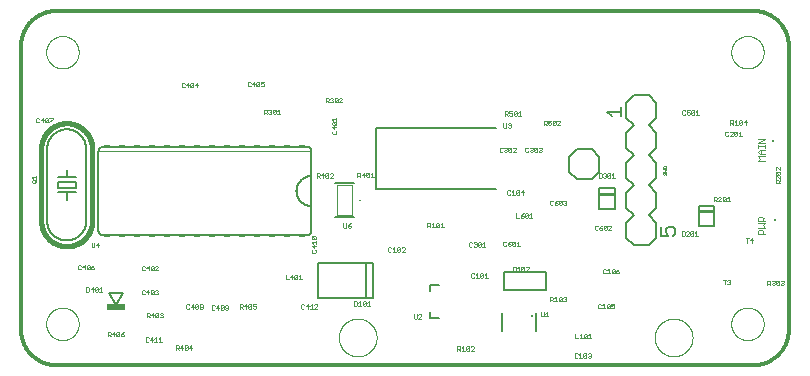
<source format=gto>
G75*
%MOIN*%
%OFA0B0*%
%FSLAX25Y25*%
%IPPOS*%
%LPD*%
%AMOC8*
5,1,8,0,0,1.08239X$1,22.5*
%
%ADD10C,0.01200*%
%ADD11C,0.00100*%
%ADD12C,0.00500*%
%ADD13C,0.00600*%
%ADD14C,0.00787*%
%ADD15C,0.00200*%
%ADD16C,0.00800*%
%ADD17R,0.00787X0.00787*%
%ADD18R,0.02000X0.00500*%
%ADD19C,0.01600*%
%ADD20C,0.00039*%
%ADD21C,0.00295*%
%ADD22R,0.06200X0.02400*%
%ADD23C,0.00000*%
D10*
X0015580Y0025231D02*
X0247863Y0025231D01*
X0248148Y0025234D01*
X0248434Y0025245D01*
X0248719Y0025262D01*
X0249003Y0025286D01*
X0249287Y0025317D01*
X0249570Y0025355D01*
X0249851Y0025400D01*
X0250132Y0025451D01*
X0250412Y0025509D01*
X0250690Y0025574D01*
X0250966Y0025646D01*
X0251240Y0025724D01*
X0251513Y0025809D01*
X0251783Y0025901D01*
X0252051Y0025999D01*
X0252317Y0026103D01*
X0252580Y0026214D01*
X0252840Y0026331D01*
X0253098Y0026454D01*
X0253352Y0026584D01*
X0253603Y0026720D01*
X0253851Y0026861D01*
X0254095Y0027009D01*
X0254336Y0027162D01*
X0254572Y0027322D01*
X0254805Y0027487D01*
X0255034Y0027657D01*
X0255259Y0027833D01*
X0255479Y0028015D01*
X0255695Y0028201D01*
X0255906Y0028393D01*
X0256113Y0028590D01*
X0256315Y0028792D01*
X0256512Y0028999D01*
X0256704Y0029210D01*
X0256890Y0029426D01*
X0257072Y0029646D01*
X0257248Y0029871D01*
X0257418Y0030100D01*
X0257583Y0030333D01*
X0257743Y0030569D01*
X0257896Y0030810D01*
X0258044Y0031054D01*
X0258185Y0031302D01*
X0258321Y0031553D01*
X0258451Y0031807D01*
X0258574Y0032065D01*
X0258691Y0032325D01*
X0258802Y0032588D01*
X0258906Y0032854D01*
X0259004Y0033122D01*
X0259096Y0033392D01*
X0259181Y0033665D01*
X0259259Y0033939D01*
X0259331Y0034215D01*
X0259396Y0034493D01*
X0259454Y0034773D01*
X0259505Y0035054D01*
X0259550Y0035335D01*
X0259588Y0035618D01*
X0259619Y0035902D01*
X0259643Y0036186D01*
X0259660Y0036471D01*
X0259671Y0036757D01*
X0259674Y0037042D01*
X0259674Y0131530D01*
X0259671Y0131815D01*
X0259660Y0132101D01*
X0259643Y0132386D01*
X0259619Y0132670D01*
X0259588Y0132954D01*
X0259550Y0133237D01*
X0259505Y0133518D01*
X0259454Y0133799D01*
X0259396Y0134079D01*
X0259331Y0134357D01*
X0259259Y0134633D01*
X0259181Y0134907D01*
X0259096Y0135180D01*
X0259004Y0135450D01*
X0258906Y0135718D01*
X0258802Y0135984D01*
X0258691Y0136247D01*
X0258574Y0136507D01*
X0258451Y0136765D01*
X0258321Y0137019D01*
X0258185Y0137270D01*
X0258044Y0137518D01*
X0257896Y0137762D01*
X0257743Y0138003D01*
X0257583Y0138239D01*
X0257418Y0138472D01*
X0257248Y0138701D01*
X0257072Y0138926D01*
X0256890Y0139146D01*
X0256704Y0139362D01*
X0256512Y0139573D01*
X0256315Y0139780D01*
X0256113Y0139982D01*
X0255906Y0140179D01*
X0255695Y0140371D01*
X0255479Y0140557D01*
X0255259Y0140739D01*
X0255034Y0140915D01*
X0254805Y0141085D01*
X0254572Y0141250D01*
X0254336Y0141410D01*
X0254095Y0141563D01*
X0253851Y0141711D01*
X0253603Y0141852D01*
X0253352Y0141988D01*
X0253098Y0142118D01*
X0252840Y0142241D01*
X0252580Y0142358D01*
X0252317Y0142469D01*
X0252051Y0142573D01*
X0251783Y0142671D01*
X0251513Y0142763D01*
X0251240Y0142848D01*
X0250966Y0142926D01*
X0250690Y0142998D01*
X0250412Y0143063D01*
X0250132Y0143121D01*
X0249851Y0143172D01*
X0249570Y0143217D01*
X0249287Y0143255D01*
X0249003Y0143286D01*
X0248719Y0143310D01*
X0248434Y0143327D01*
X0248148Y0143338D01*
X0247863Y0143341D01*
X0015580Y0143341D01*
X0015295Y0143338D01*
X0015009Y0143327D01*
X0014724Y0143310D01*
X0014440Y0143286D01*
X0014156Y0143255D01*
X0013873Y0143217D01*
X0013592Y0143172D01*
X0013311Y0143121D01*
X0013031Y0143063D01*
X0012753Y0142998D01*
X0012477Y0142926D01*
X0012203Y0142848D01*
X0011930Y0142763D01*
X0011660Y0142671D01*
X0011392Y0142573D01*
X0011126Y0142469D01*
X0010863Y0142358D01*
X0010603Y0142241D01*
X0010345Y0142118D01*
X0010091Y0141988D01*
X0009840Y0141852D01*
X0009592Y0141711D01*
X0009348Y0141563D01*
X0009107Y0141410D01*
X0008871Y0141250D01*
X0008638Y0141085D01*
X0008409Y0140915D01*
X0008184Y0140739D01*
X0007964Y0140557D01*
X0007748Y0140371D01*
X0007537Y0140179D01*
X0007330Y0139982D01*
X0007128Y0139780D01*
X0006931Y0139573D01*
X0006739Y0139362D01*
X0006553Y0139146D01*
X0006371Y0138926D01*
X0006195Y0138701D01*
X0006025Y0138472D01*
X0005860Y0138239D01*
X0005700Y0138003D01*
X0005547Y0137762D01*
X0005399Y0137518D01*
X0005258Y0137270D01*
X0005122Y0137019D01*
X0004992Y0136765D01*
X0004869Y0136507D01*
X0004752Y0136247D01*
X0004641Y0135984D01*
X0004537Y0135718D01*
X0004439Y0135450D01*
X0004347Y0135180D01*
X0004262Y0134907D01*
X0004184Y0134633D01*
X0004112Y0134357D01*
X0004047Y0134079D01*
X0003989Y0133799D01*
X0003938Y0133518D01*
X0003893Y0133237D01*
X0003855Y0132954D01*
X0003824Y0132670D01*
X0003800Y0132386D01*
X0003783Y0132101D01*
X0003772Y0131815D01*
X0003769Y0131530D01*
X0003769Y0037042D01*
X0003772Y0036757D01*
X0003783Y0036471D01*
X0003800Y0036186D01*
X0003824Y0035902D01*
X0003855Y0035618D01*
X0003893Y0035335D01*
X0003938Y0035054D01*
X0003989Y0034773D01*
X0004047Y0034493D01*
X0004112Y0034215D01*
X0004184Y0033939D01*
X0004262Y0033665D01*
X0004347Y0033392D01*
X0004439Y0033122D01*
X0004537Y0032854D01*
X0004641Y0032588D01*
X0004752Y0032325D01*
X0004869Y0032065D01*
X0004992Y0031807D01*
X0005122Y0031553D01*
X0005258Y0031302D01*
X0005399Y0031054D01*
X0005547Y0030810D01*
X0005700Y0030569D01*
X0005860Y0030333D01*
X0006025Y0030100D01*
X0006195Y0029871D01*
X0006371Y0029646D01*
X0006553Y0029426D01*
X0006739Y0029210D01*
X0006931Y0028999D01*
X0007128Y0028792D01*
X0007330Y0028590D01*
X0007537Y0028393D01*
X0007748Y0028201D01*
X0007964Y0028015D01*
X0008184Y0027833D01*
X0008409Y0027657D01*
X0008638Y0027487D01*
X0008871Y0027322D01*
X0009107Y0027162D01*
X0009348Y0027009D01*
X0009592Y0026861D01*
X0009840Y0026720D01*
X0010091Y0026584D01*
X0010345Y0026454D01*
X0010603Y0026331D01*
X0010863Y0026214D01*
X0011126Y0026103D01*
X0011392Y0025999D01*
X0011660Y0025901D01*
X0011930Y0025809D01*
X0012203Y0025724D01*
X0012477Y0025646D01*
X0012753Y0025574D01*
X0013031Y0025509D01*
X0013311Y0025451D01*
X0013592Y0025400D01*
X0013873Y0025355D01*
X0014156Y0025317D01*
X0014440Y0025286D01*
X0014724Y0025262D01*
X0015009Y0025245D01*
X0015295Y0025234D01*
X0015580Y0025231D01*
D11*
X0032579Y0034839D02*
X0032579Y0036340D01*
X0033330Y0036340D01*
X0033580Y0036090D01*
X0033580Y0035589D01*
X0033330Y0035339D01*
X0032579Y0035339D01*
X0033079Y0035339D02*
X0033580Y0034839D01*
X0034052Y0035589D02*
X0035053Y0035589D01*
X0035526Y0035089D02*
X0035526Y0036090D01*
X0035776Y0036340D01*
X0036276Y0036340D01*
X0036526Y0036090D01*
X0035526Y0035089D01*
X0035776Y0034839D01*
X0036276Y0034839D01*
X0036526Y0035089D01*
X0036526Y0036090D01*
X0036999Y0035589D02*
X0037749Y0035589D01*
X0038000Y0035339D01*
X0038000Y0035089D01*
X0037749Y0034839D01*
X0037249Y0034839D01*
X0036999Y0035089D01*
X0036999Y0035589D01*
X0037499Y0036090D01*
X0038000Y0036340D01*
X0034803Y0036340D02*
X0034803Y0034839D01*
X0034052Y0035589D02*
X0034803Y0036340D01*
X0045275Y0034308D02*
X0045275Y0033307D01*
X0045525Y0033057D01*
X0046026Y0033057D01*
X0046276Y0033307D01*
X0046748Y0033807D02*
X0047749Y0033807D01*
X0048222Y0034058D02*
X0048722Y0034558D01*
X0048722Y0033057D01*
X0048222Y0033057D02*
X0049223Y0033057D01*
X0049695Y0033057D02*
X0050696Y0033057D01*
X0050195Y0033057D02*
X0050195Y0034558D01*
X0049695Y0034058D01*
X0047499Y0034558D02*
X0046748Y0033807D01*
X0046276Y0034308D02*
X0046026Y0034558D01*
X0045525Y0034558D01*
X0045275Y0034308D01*
X0047499Y0034558D02*
X0047499Y0033057D01*
X0055335Y0031891D02*
X0055335Y0030390D01*
X0055335Y0030890D02*
X0056086Y0030890D01*
X0056336Y0031141D01*
X0056336Y0031641D01*
X0056086Y0031891D01*
X0055335Y0031891D01*
X0055835Y0030890D02*
X0056336Y0030390D01*
X0056808Y0031141D02*
X0057809Y0031141D01*
X0058281Y0031641D02*
X0058532Y0031891D01*
X0059032Y0031891D01*
X0059282Y0031641D01*
X0058281Y0030640D01*
X0058532Y0030390D01*
X0059032Y0030390D01*
X0059282Y0030640D01*
X0059282Y0031641D01*
X0059755Y0031141D02*
X0060756Y0031141D01*
X0060505Y0031891D02*
X0059755Y0031141D01*
X0060505Y0031891D02*
X0060505Y0030390D01*
X0058281Y0030640D02*
X0058281Y0031641D01*
X0057559Y0031891D02*
X0056808Y0031141D01*
X0057559Y0031891D02*
X0057559Y0030390D01*
X0050792Y0041210D02*
X0050292Y0041210D01*
X0050041Y0041461D01*
X0049569Y0041461D02*
X0049319Y0041210D01*
X0048818Y0041210D01*
X0048568Y0041461D01*
X0049569Y0042461D01*
X0049569Y0041461D01*
X0049569Y0042461D02*
X0049319Y0042712D01*
X0048818Y0042712D01*
X0048568Y0042461D01*
X0048568Y0041461D01*
X0048096Y0041961D02*
X0047095Y0041961D01*
X0047846Y0042712D01*
X0047846Y0041210D01*
X0046623Y0041210D02*
X0046122Y0041711D01*
X0046372Y0041711D02*
X0045622Y0041711D01*
X0045622Y0041210D02*
X0045622Y0042712D01*
X0046372Y0042712D01*
X0046623Y0042461D01*
X0046623Y0041961D01*
X0046372Y0041711D01*
X0050041Y0042461D02*
X0050292Y0042712D01*
X0050792Y0042712D01*
X0051042Y0042461D01*
X0051042Y0042211D01*
X0050792Y0041961D01*
X0051042Y0041711D01*
X0051042Y0041461D01*
X0050792Y0041210D01*
X0050792Y0041961D02*
X0050542Y0041961D01*
X0058831Y0044305D02*
X0059081Y0044055D01*
X0059582Y0044055D01*
X0059832Y0044305D01*
X0060304Y0044806D02*
X0061305Y0044806D01*
X0061777Y0045306D02*
X0062028Y0045556D01*
X0062528Y0045556D01*
X0062778Y0045306D01*
X0061777Y0044305D01*
X0062028Y0044055D01*
X0062528Y0044055D01*
X0062778Y0044305D01*
X0062778Y0045306D01*
X0063251Y0045306D02*
X0063251Y0045056D01*
X0063501Y0044806D01*
X0064001Y0044806D01*
X0064252Y0044556D01*
X0064252Y0044305D01*
X0064001Y0044055D01*
X0063501Y0044055D01*
X0063251Y0044305D01*
X0063251Y0044556D01*
X0063501Y0044806D01*
X0064001Y0044806D02*
X0064252Y0045056D01*
X0064252Y0045306D01*
X0064001Y0045556D01*
X0063501Y0045556D01*
X0063251Y0045306D01*
X0061777Y0045306D02*
X0061777Y0044305D01*
X0061055Y0044055D02*
X0061055Y0045556D01*
X0060304Y0044806D01*
X0059832Y0045306D02*
X0059582Y0045556D01*
X0059081Y0045556D01*
X0058831Y0045306D01*
X0058831Y0044305D01*
X0067296Y0043912D02*
X0067546Y0043662D01*
X0068046Y0043662D01*
X0068296Y0043912D01*
X0068769Y0044412D02*
X0069770Y0044412D01*
X0070242Y0043912D02*
X0071243Y0044913D01*
X0071243Y0043912D01*
X0070993Y0043662D01*
X0070492Y0043662D01*
X0070242Y0043912D01*
X0070242Y0044913D01*
X0070492Y0045163D01*
X0070993Y0045163D01*
X0071243Y0044913D01*
X0071715Y0044913D02*
X0071715Y0044662D01*
X0071966Y0044412D01*
X0072716Y0044412D01*
X0072716Y0043912D02*
X0072716Y0044913D01*
X0072466Y0045163D01*
X0071966Y0045163D01*
X0071715Y0044913D01*
X0071715Y0043912D02*
X0071966Y0043662D01*
X0072466Y0043662D01*
X0072716Y0043912D01*
X0076595Y0044091D02*
X0076595Y0045592D01*
X0077345Y0045592D01*
X0077596Y0045342D01*
X0077596Y0044841D01*
X0077345Y0044591D01*
X0076595Y0044591D01*
X0077095Y0044591D02*
X0077596Y0044091D01*
X0078068Y0044841D02*
X0079069Y0044841D01*
X0079541Y0044341D02*
X0080542Y0045342D01*
X0080542Y0044341D01*
X0080292Y0044091D01*
X0079791Y0044091D01*
X0079541Y0044341D01*
X0079541Y0045342D01*
X0079791Y0045592D01*
X0080292Y0045592D01*
X0080542Y0045342D01*
X0081015Y0045592D02*
X0081015Y0044841D01*
X0081515Y0045091D01*
X0081765Y0045091D01*
X0082015Y0044841D01*
X0082015Y0044341D01*
X0081765Y0044091D01*
X0081265Y0044091D01*
X0081015Y0044341D01*
X0081015Y0045592D02*
X0082015Y0045592D01*
X0078819Y0045592D02*
X0078819Y0044091D01*
X0078068Y0044841D02*
X0078819Y0045592D01*
X0069519Y0045163D02*
X0069519Y0043662D01*
X0068769Y0044412D02*
X0069519Y0045163D01*
X0068296Y0044913D02*
X0068046Y0045163D01*
X0067546Y0045163D01*
X0067296Y0044913D01*
X0067296Y0043912D01*
X0049409Y0049109D02*
X0049159Y0048858D01*
X0048658Y0048858D01*
X0048408Y0049109D01*
X0047936Y0049109D02*
X0047686Y0048858D01*
X0047185Y0048858D01*
X0046935Y0049109D01*
X0047936Y0050109D01*
X0047936Y0049109D01*
X0047936Y0050109D02*
X0047686Y0050360D01*
X0047185Y0050360D01*
X0046935Y0050109D01*
X0046935Y0049109D01*
X0046463Y0049609D02*
X0045462Y0049609D01*
X0046212Y0050360D01*
X0046212Y0048858D01*
X0044989Y0049109D02*
X0044739Y0048858D01*
X0044239Y0048858D01*
X0043988Y0049109D01*
X0043988Y0050109D01*
X0044239Y0050360D01*
X0044739Y0050360D01*
X0044989Y0050109D01*
X0048408Y0050109D02*
X0048658Y0050360D01*
X0049159Y0050360D01*
X0049409Y0050109D01*
X0049409Y0049859D01*
X0049159Y0049609D01*
X0049409Y0049359D01*
X0049409Y0049109D01*
X0049159Y0049609D02*
X0048909Y0049609D01*
X0048487Y0056850D02*
X0049488Y0057851D01*
X0049488Y0058102D01*
X0049238Y0058352D01*
X0048737Y0058352D01*
X0048487Y0058102D01*
X0048015Y0058102D02*
X0047014Y0057101D01*
X0047264Y0056850D01*
X0047764Y0056850D01*
X0048015Y0057101D01*
X0048015Y0058102D01*
X0047764Y0058352D01*
X0047264Y0058352D01*
X0047014Y0058102D01*
X0047014Y0057101D01*
X0046541Y0057601D02*
X0045540Y0057601D01*
X0046291Y0058352D01*
X0046291Y0056850D01*
X0045068Y0057101D02*
X0044818Y0056850D01*
X0044317Y0056850D01*
X0044067Y0057101D01*
X0044067Y0058102D01*
X0044317Y0058352D01*
X0044818Y0058352D01*
X0045068Y0058102D01*
X0048487Y0056850D02*
X0049488Y0056850D01*
X0030882Y0049732D02*
X0029881Y0049732D01*
X0030381Y0049732D02*
X0030381Y0051234D01*
X0029881Y0050733D01*
X0029408Y0050983D02*
X0028407Y0049983D01*
X0028658Y0049732D01*
X0029158Y0049732D01*
X0029408Y0049983D01*
X0029408Y0050983D01*
X0029158Y0051234D01*
X0028658Y0051234D01*
X0028407Y0050983D01*
X0028407Y0049983D01*
X0027935Y0050483D02*
X0026934Y0050483D01*
X0027685Y0051234D01*
X0027685Y0049732D01*
X0026462Y0049983D02*
X0026462Y0050983D01*
X0026212Y0051234D01*
X0025461Y0051234D01*
X0025461Y0049732D01*
X0026212Y0049732D01*
X0026462Y0049983D01*
X0026413Y0057191D02*
X0025913Y0057191D01*
X0025663Y0057441D01*
X0026663Y0058442D01*
X0026663Y0057441D01*
X0026413Y0057191D01*
X0027136Y0057441D02*
X0027386Y0057191D01*
X0027887Y0057191D01*
X0028137Y0057441D01*
X0028137Y0057691D01*
X0027887Y0057941D01*
X0027136Y0057941D01*
X0027136Y0057441D01*
X0027136Y0057941D02*
X0027636Y0058442D01*
X0028137Y0058692D01*
X0026663Y0058442D02*
X0026413Y0058692D01*
X0025913Y0058692D01*
X0025663Y0058442D01*
X0025663Y0057441D01*
X0025190Y0057941D02*
X0024189Y0057941D01*
X0024940Y0058692D01*
X0024940Y0057191D01*
X0023717Y0057441D02*
X0023467Y0057191D01*
X0022966Y0057191D01*
X0022716Y0057441D01*
X0022716Y0058442D01*
X0022966Y0058692D01*
X0023467Y0058692D01*
X0023717Y0058442D01*
X0091949Y0055316D02*
X0091949Y0053815D01*
X0092950Y0053815D01*
X0093422Y0054566D02*
X0094423Y0054566D01*
X0094896Y0055066D02*
X0095146Y0055316D01*
X0095646Y0055316D01*
X0095896Y0055066D01*
X0094896Y0054065D01*
X0095146Y0053815D01*
X0095646Y0053815D01*
X0095896Y0054065D01*
X0095896Y0055066D01*
X0096369Y0054816D02*
X0096869Y0055316D01*
X0096869Y0053815D01*
X0096369Y0053815D02*
X0097370Y0053815D01*
X0094896Y0054065D02*
X0094896Y0055066D01*
X0094173Y0055316D02*
X0093422Y0054566D01*
X0094173Y0055316D02*
X0094173Y0053815D01*
X0097376Y0045582D02*
X0097126Y0045331D01*
X0097126Y0044331D01*
X0097376Y0044080D01*
X0097876Y0044080D01*
X0098126Y0044331D01*
X0098599Y0044831D02*
X0099600Y0044831D01*
X0100072Y0045081D02*
X0100573Y0045582D01*
X0100573Y0044080D01*
X0101073Y0044080D02*
X0100072Y0044080D01*
X0099349Y0044080D02*
X0099349Y0045582D01*
X0098599Y0044831D01*
X0098126Y0045331D02*
X0097876Y0045582D01*
X0097376Y0045582D01*
X0101545Y0045331D02*
X0101796Y0045582D01*
X0102296Y0045582D01*
X0102546Y0045331D01*
X0102546Y0045081D01*
X0101545Y0044080D01*
X0102546Y0044080D01*
X0114744Y0045006D02*
X0115494Y0045006D01*
X0115745Y0045256D01*
X0115745Y0046257D01*
X0115494Y0046507D01*
X0114744Y0046507D01*
X0114744Y0045006D01*
X0116217Y0045006D02*
X0117218Y0045006D01*
X0116717Y0045006D02*
X0116717Y0046507D01*
X0116217Y0046006D01*
X0117690Y0046257D02*
X0117690Y0045256D01*
X0118691Y0046257D01*
X0118691Y0045256D01*
X0118441Y0045006D01*
X0117940Y0045006D01*
X0117690Y0045256D01*
X0117690Y0046257D02*
X0117940Y0046507D01*
X0118441Y0046507D01*
X0118691Y0046257D01*
X0119163Y0046006D02*
X0119664Y0046507D01*
X0119664Y0045006D01*
X0120164Y0045006D02*
X0119163Y0045006D01*
X0134750Y0042289D02*
X0134750Y0041038D01*
X0135000Y0040788D01*
X0135501Y0040788D01*
X0135751Y0041038D01*
X0135751Y0042289D01*
X0136223Y0042039D02*
X0136473Y0042289D01*
X0136974Y0042289D01*
X0137224Y0042039D01*
X0137224Y0041788D01*
X0136223Y0040788D01*
X0137224Y0040788D01*
X0149221Y0031525D02*
X0149971Y0031525D01*
X0150222Y0031275D01*
X0150222Y0030774D01*
X0149971Y0030524D01*
X0149221Y0030524D01*
X0149721Y0030524D02*
X0150222Y0030024D01*
X0150694Y0030024D02*
X0151695Y0030024D01*
X0151194Y0030024D02*
X0151194Y0031525D01*
X0150694Y0031025D01*
X0152167Y0031275D02*
X0152417Y0031525D01*
X0152918Y0031525D01*
X0153168Y0031275D01*
X0152167Y0030274D01*
X0152417Y0030024D01*
X0152918Y0030024D01*
X0153168Y0030274D01*
X0153168Y0031275D01*
X0153641Y0031275D02*
X0153891Y0031525D01*
X0154391Y0031525D01*
X0154641Y0031275D01*
X0154641Y0031025D01*
X0153641Y0030024D01*
X0154641Y0030024D01*
X0152167Y0030274D02*
X0152167Y0031275D01*
X0149221Y0031525D02*
X0149221Y0030024D01*
X0180082Y0046498D02*
X0180082Y0047999D01*
X0180833Y0047999D01*
X0181083Y0047749D01*
X0181083Y0047248D01*
X0180833Y0046998D01*
X0180082Y0046998D01*
X0180583Y0046998D02*
X0181083Y0046498D01*
X0181556Y0046498D02*
X0182556Y0046498D01*
X0182056Y0046498D02*
X0182056Y0047999D01*
X0181556Y0047499D01*
X0183029Y0047749D02*
X0183279Y0047999D01*
X0183779Y0047999D01*
X0184030Y0047749D01*
X0183029Y0046748D01*
X0183279Y0046498D01*
X0183779Y0046498D01*
X0184030Y0046748D01*
X0184030Y0047749D01*
X0184502Y0047749D02*
X0184752Y0047999D01*
X0185253Y0047999D01*
X0185503Y0047749D01*
X0185503Y0047499D01*
X0185253Y0047248D01*
X0185503Y0046998D01*
X0185503Y0046748D01*
X0185253Y0046498D01*
X0184752Y0046498D01*
X0184502Y0046748D01*
X0185002Y0047248D02*
X0185253Y0047248D01*
X0183029Y0046748D02*
X0183029Y0047749D01*
X0196075Y0045432D02*
X0196075Y0044431D01*
X0196325Y0044181D01*
X0196826Y0044181D01*
X0197076Y0044431D01*
X0197548Y0044181D02*
X0198549Y0044181D01*
X0198049Y0044181D02*
X0198049Y0045682D01*
X0197548Y0045182D01*
X0197076Y0045432D02*
X0196826Y0045682D01*
X0196325Y0045682D01*
X0196075Y0045432D01*
X0199022Y0045432D02*
X0199272Y0045682D01*
X0199772Y0045682D01*
X0200022Y0045432D01*
X0199022Y0044431D01*
X0199272Y0044181D01*
X0199772Y0044181D01*
X0200022Y0044431D01*
X0200022Y0045432D01*
X0200495Y0045682D02*
X0200495Y0044932D01*
X0200995Y0045182D01*
X0201245Y0045182D01*
X0201496Y0044932D01*
X0201496Y0044431D01*
X0201245Y0044181D01*
X0200745Y0044181D01*
X0200495Y0044431D01*
X0200495Y0045682D02*
X0201496Y0045682D01*
X0199022Y0045432D02*
X0199022Y0044431D01*
X0193365Y0035719D02*
X0193365Y0034218D01*
X0193865Y0034218D02*
X0192864Y0034218D01*
X0192392Y0034468D02*
X0192142Y0034218D01*
X0191641Y0034218D01*
X0191391Y0034468D01*
X0192392Y0035469D01*
X0192392Y0034468D01*
X0192864Y0035219D02*
X0193365Y0035719D01*
X0192392Y0035469D02*
X0192142Y0035719D01*
X0191641Y0035719D01*
X0191391Y0035469D01*
X0191391Y0034468D01*
X0190919Y0034218D02*
X0189918Y0034218D01*
X0189445Y0034218D02*
X0188444Y0034218D01*
X0188444Y0035719D01*
X0189918Y0035219D02*
X0190418Y0035719D01*
X0190418Y0034218D01*
X0190225Y0029212D02*
X0190225Y0027710D01*
X0189725Y0027710D02*
X0190726Y0027710D01*
X0191198Y0027961D02*
X0192199Y0028961D01*
X0192199Y0027961D01*
X0191949Y0027710D01*
X0191448Y0027710D01*
X0191198Y0027961D01*
X0191198Y0028961D01*
X0191448Y0029212D01*
X0191949Y0029212D01*
X0192199Y0028961D01*
X0192671Y0028961D02*
X0192922Y0029212D01*
X0193422Y0029212D01*
X0193672Y0028961D01*
X0193672Y0028711D01*
X0193422Y0028461D01*
X0193672Y0028211D01*
X0193672Y0027961D01*
X0193422Y0027710D01*
X0192922Y0027710D01*
X0192671Y0027961D01*
X0193172Y0028461D02*
X0193422Y0028461D01*
X0190225Y0029212D02*
X0189725Y0028711D01*
X0189252Y0028961D02*
X0189002Y0029212D01*
X0188502Y0029212D01*
X0188252Y0028961D01*
X0188252Y0027961D01*
X0188502Y0027710D01*
X0189002Y0027710D01*
X0189252Y0027961D01*
X0159252Y0054339D02*
X0158251Y0054339D01*
X0158751Y0054339D02*
X0158751Y0055840D01*
X0158251Y0055340D01*
X0157778Y0055590D02*
X0156777Y0054589D01*
X0157028Y0054339D01*
X0157528Y0054339D01*
X0157778Y0054589D01*
X0157778Y0055590D01*
X0157528Y0055840D01*
X0157028Y0055840D01*
X0156777Y0055590D01*
X0156777Y0054589D01*
X0156305Y0054339D02*
X0155304Y0054339D01*
X0155805Y0054339D02*
X0155805Y0055840D01*
X0155304Y0055340D01*
X0154832Y0055590D02*
X0154582Y0055840D01*
X0154081Y0055840D01*
X0153831Y0055590D01*
X0153831Y0054589D01*
X0154081Y0054339D01*
X0154582Y0054339D01*
X0154832Y0054589D01*
X0167611Y0056575D02*
X0168361Y0056575D01*
X0168611Y0056825D01*
X0168611Y0057826D01*
X0168361Y0058076D01*
X0167611Y0058076D01*
X0167611Y0056575D01*
X0169084Y0056575D02*
X0170085Y0056575D01*
X0169584Y0056575D02*
X0169584Y0058076D01*
X0169084Y0057576D01*
X0170557Y0057826D02*
X0170557Y0056825D01*
X0171558Y0057826D01*
X0171558Y0056825D01*
X0171308Y0056575D01*
X0170807Y0056575D01*
X0170557Y0056825D01*
X0170557Y0057826D02*
X0170807Y0058076D01*
X0171308Y0058076D01*
X0171558Y0057826D01*
X0172030Y0057826D02*
X0172280Y0058076D01*
X0172781Y0058076D01*
X0173031Y0057826D01*
X0173031Y0057576D01*
X0172030Y0056575D01*
X0173031Y0056575D01*
X0169987Y0064947D02*
X0168986Y0064947D01*
X0169487Y0064947D02*
X0169487Y0066448D01*
X0168986Y0065947D01*
X0168514Y0066198D02*
X0167513Y0065197D01*
X0167763Y0064947D01*
X0168264Y0064947D01*
X0168514Y0065197D01*
X0168514Y0066198D01*
X0168264Y0066448D01*
X0167763Y0066448D01*
X0167513Y0066198D01*
X0167513Y0065197D01*
X0167041Y0065197D02*
X0166790Y0064947D01*
X0166290Y0064947D01*
X0166040Y0065197D01*
X0166040Y0065697D01*
X0166790Y0065697D01*
X0167041Y0065447D01*
X0167041Y0065197D01*
X0166040Y0065697D02*
X0166540Y0066198D01*
X0167041Y0066448D01*
X0165567Y0066198D02*
X0165317Y0066448D01*
X0164817Y0066448D01*
X0164567Y0066198D01*
X0164567Y0065197D01*
X0164817Y0064947D01*
X0165317Y0064947D01*
X0165567Y0065197D01*
X0158543Y0064803D02*
X0157542Y0064803D01*
X0158042Y0064803D02*
X0158042Y0066305D01*
X0157542Y0065804D01*
X0157070Y0066054D02*
X0156069Y0065053D01*
X0156319Y0064803D01*
X0156819Y0064803D01*
X0157070Y0065053D01*
X0157070Y0066054D01*
X0156819Y0066305D01*
X0156319Y0066305D01*
X0156069Y0066054D01*
X0156069Y0065053D01*
X0155596Y0065053D02*
X0155346Y0064803D01*
X0154846Y0064803D01*
X0154596Y0065053D01*
X0154123Y0065053D02*
X0153873Y0064803D01*
X0153373Y0064803D01*
X0153122Y0065053D01*
X0153122Y0066054D01*
X0153373Y0066305D01*
X0153873Y0066305D01*
X0154123Y0066054D01*
X0154596Y0066054D02*
X0154846Y0066305D01*
X0155346Y0066305D01*
X0155596Y0066054D01*
X0155596Y0065804D01*
X0155346Y0065554D01*
X0155596Y0065304D01*
X0155596Y0065053D01*
X0155346Y0065554D02*
X0155096Y0065554D01*
X0144625Y0071210D02*
X0143624Y0071210D01*
X0144125Y0071210D02*
X0144125Y0072712D01*
X0143624Y0072211D01*
X0143152Y0072461D02*
X0142151Y0071461D01*
X0142401Y0071210D01*
X0142901Y0071210D01*
X0143152Y0071461D01*
X0143152Y0072461D01*
X0142901Y0072712D01*
X0142401Y0072712D01*
X0142151Y0072461D01*
X0142151Y0071461D01*
X0141678Y0071210D02*
X0140678Y0071210D01*
X0140205Y0071210D02*
X0139705Y0071711D01*
X0139955Y0071711D02*
X0139204Y0071711D01*
X0139204Y0071210D02*
X0139204Y0072712D01*
X0139955Y0072712D01*
X0140205Y0072461D01*
X0140205Y0071961D01*
X0139955Y0071711D01*
X0140678Y0072211D02*
X0141178Y0072712D01*
X0141178Y0071210D01*
X0131574Y0064381D02*
X0131324Y0064631D01*
X0130824Y0064631D01*
X0130574Y0064381D01*
X0130101Y0064381D02*
X0129100Y0063380D01*
X0129351Y0063130D01*
X0129851Y0063130D01*
X0130101Y0063380D01*
X0130101Y0064381D01*
X0129851Y0064631D01*
X0129351Y0064631D01*
X0129100Y0064381D01*
X0129100Y0063380D01*
X0128628Y0063130D02*
X0127627Y0063130D01*
X0128127Y0063130D02*
X0128127Y0064631D01*
X0127627Y0064131D01*
X0127155Y0064381D02*
X0126904Y0064631D01*
X0126404Y0064631D01*
X0126154Y0064381D01*
X0126154Y0063380D01*
X0126404Y0063130D01*
X0126904Y0063130D01*
X0127155Y0063380D01*
X0130574Y0063130D02*
X0131574Y0064131D01*
X0131574Y0064381D01*
X0131574Y0063130D02*
X0130574Y0063130D01*
X0113700Y0071254D02*
X0113700Y0071504D01*
X0113450Y0071755D01*
X0112700Y0071755D01*
X0112700Y0071254D01*
X0112950Y0071004D01*
X0113450Y0071004D01*
X0113700Y0071254D01*
X0113200Y0072255D02*
X0112700Y0071755D01*
X0112227Y0071254D02*
X0112227Y0072505D01*
X0111226Y0072505D02*
X0111226Y0071254D01*
X0111477Y0071004D01*
X0111977Y0071004D01*
X0112227Y0071254D01*
X0113200Y0072255D02*
X0113700Y0072505D01*
X0102124Y0067971D02*
X0102124Y0067471D01*
X0101874Y0067221D01*
X0100873Y0068221D01*
X0101874Y0068221D01*
X0102124Y0067971D01*
X0101874Y0067221D02*
X0100873Y0067221D01*
X0100623Y0067471D01*
X0100623Y0067971D01*
X0100873Y0068221D01*
X0102124Y0066748D02*
X0102124Y0065747D01*
X0102124Y0066248D02*
X0100623Y0066248D01*
X0101123Y0065747D01*
X0101373Y0065275D02*
X0101373Y0064274D01*
X0100623Y0065025D01*
X0102124Y0065025D01*
X0101874Y0063802D02*
X0102124Y0063552D01*
X0102124Y0063051D01*
X0101874Y0062801D01*
X0100873Y0062801D01*
X0100623Y0063051D01*
X0100623Y0063552D01*
X0100873Y0063802D01*
X0102275Y0087746D02*
X0102275Y0089247D01*
X0103026Y0089247D01*
X0103276Y0088997D01*
X0103276Y0088496D01*
X0103026Y0088246D01*
X0102275Y0088246D01*
X0102776Y0088246D02*
X0103276Y0087746D01*
X0103748Y0088496D02*
X0104749Y0088496D01*
X0105222Y0087996D02*
X0106223Y0088997D01*
X0106223Y0087996D01*
X0105972Y0087746D01*
X0105472Y0087746D01*
X0105222Y0087996D01*
X0105222Y0088997D01*
X0105472Y0089247D01*
X0105972Y0089247D01*
X0106223Y0088997D01*
X0106695Y0088997D02*
X0106945Y0089247D01*
X0107446Y0089247D01*
X0107696Y0088997D01*
X0107696Y0088747D01*
X0106695Y0087746D01*
X0107696Y0087746D01*
X0104499Y0087746D02*
X0104499Y0089247D01*
X0103748Y0088496D01*
X0115897Y0088443D02*
X0116648Y0088443D01*
X0116898Y0088693D01*
X0116898Y0089194D01*
X0116648Y0089444D01*
X0115897Y0089444D01*
X0115897Y0087943D01*
X0116398Y0088443D02*
X0116898Y0087943D01*
X0117370Y0088693D02*
X0118371Y0088693D01*
X0118844Y0088193D02*
X0118844Y0089194D01*
X0119094Y0089444D01*
X0119594Y0089444D01*
X0119845Y0089194D01*
X0118844Y0088193D01*
X0119094Y0087943D01*
X0119594Y0087943D01*
X0119845Y0088193D01*
X0119845Y0089194D01*
X0120317Y0088943D02*
X0120817Y0089444D01*
X0120817Y0087943D01*
X0120317Y0087943D02*
X0121318Y0087943D01*
X0118121Y0087943D02*
X0118121Y0089444D01*
X0117370Y0088693D01*
X0108631Y0102341D02*
X0107630Y0102341D01*
X0107380Y0102591D01*
X0107380Y0103092D01*
X0107630Y0103342D01*
X0108131Y0103814D02*
X0108131Y0104815D01*
X0108631Y0105287D02*
X0107630Y0105287D01*
X0107380Y0105538D01*
X0107380Y0106038D01*
X0107630Y0106288D01*
X0108631Y0105287D01*
X0108881Y0105538D01*
X0108881Y0106038D01*
X0108631Y0106288D01*
X0107630Y0106288D01*
X0107881Y0106761D02*
X0107380Y0107261D01*
X0108881Y0107261D01*
X0108881Y0106761D02*
X0108881Y0107762D01*
X0108881Y0104565D02*
X0107380Y0104565D01*
X0108131Y0103814D01*
X0108631Y0103342D02*
X0108881Y0103092D01*
X0108881Y0102591D01*
X0108631Y0102341D01*
X0108503Y0112825D02*
X0108253Y0113075D01*
X0109254Y0114076D01*
X0109254Y0113075D01*
X0109004Y0112825D01*
X0108503Y0112825D01*
X0108253Y0113075D02*
X0108253Y0114076D01*
X0108503Y0114326D01*
X0109004Y0114326D01*
X0109254Y0114076D01*
X0109726Y0114076D02*
X0109977Y0114326D01*
X0110477Y0114326D01*
X0110727Y0114076D01*
X0110727Y0113825D01*
X0109726Y0112825D01*
X0110727Y0112825D01*
X0107781Y0113075D02*
X0107531Y0112825D01*
X0107030Y0112825D01*
X0106780Y0113075D01*
X0106308Y0112825D02*
X0105807Y0113325D01*
X0106057Y0113325D02*
X0105307Y0113325D01*
X0105307Y0112825D02*
X0105307Y0114326D01*
X0106057Y0114326D01*
X0106308Y0114076D01*
X0106308Y0113575D01*
X0106057Y0113325D01*
X0106780Y0114076D02*
X0107030Y0114326D01*
X0107531Y0114326D01*
X0107781Y0114076D01*
X0107781Y0113825D01*
X0107531Y0113575D01*
X0107781Y0113325D01*
X0107781Y0113075D01*
X0107531Y0113575D02*
X0107280Y0113575D01*
X0090176Y0108927D02*
X0089175Y0108927D01*
X0089676Y0108927D02*
X0089676Y0110428D01*
X0089175Y0109928D01*
X0088703Y0110178D02*
X0087702Y0109177D01*
X0087952Y0108927D01*
X0088453Y0108927D01*
X0088703Y0109177D01*
X0088703Y0110178D01*
X0088453Y0110428D01*
X0087952Y0110428D01*
X0087702Y0110178D01*
X0087702Y0109177D01*
X0087230Y0109177D02*
X0086979Y0108927D01*
X0086479Y0108927D01*
X0086229Y0109177D01*
X0085756Y0108927D02*
X0085256Y0109427D01*
X0085506Y0109427D02*
X0084756Y0109427D01*
X0084756Y0108927D02*
X0084756Y0110428D01*
X0085506Y0110428D01*
X0085756Y0110178D01*
X0085756Y0109678D01*
X0085506Y0109427D01*
X0086229Y0110178D02*
X0086479Y0110428D01*
X0086979Y0110428D01*
X0087230Y0110178D01*
X0087230Y0109928D01*
X0086979Y0109678D01*
X0087230Y0109427D01*
X0087230Y0109177D01*
X0086979Y0109678D02*
X0086729Y0109678D01*
X0084434Y0118150D02*
X0083934Y0118150D01*
X0083684Y0118400D01*
X0083211Y0118400D02*
X0082961Y0118150D01*
X0082461Y0118150D01*
X0082211Y0118400D01*
X0083211Y0119401D01*
X0083211Y0118400D01*
X0083684Y0118900D02*
X0083684Y0119651D01*
X0084685Y0119651D01*
X0084434Y0119151D02*
X0084685Y0118900D01*
X0084685Y0118400D01*
X0084434Y0118150D01*
X0084434Y0119151D02*
X0084184Y0119151D01*
X0083684Y0118900D01*
X0083211Y0119401D02*
X0082961Y0119651D01*
X0082461Y0119651D01*
X0082211Y0119401D01*
X0082211Y0118400D01*
X0081738Y0118900D02*
X0080737Y0118900D01*
X0081488Y0119651D01*
X0081488Y0118150D01*
X0080265Y0118400D02*
X0080015Y0118150D01*
X0079514Y0118150D01*
X0079264Y0118400D01*
X0079264Y0119401D01*
X0079514Y0119651D01*
X0080015Y0119651D01*
X0080265Y0119401D01*
X0062677Y0118625D02*
X0061676Y0118625D01*
X0062427Y0119375D01*
X0062427Y0117874D01*
X0061204Y0118124D02*
X0060953Y0117874D01*
X0060453Y0117874D01*
X0060203Y0118124D01*
X0061204Y0119125D01*
X0061204Y0118124D01*
X0061204Y0119125D02*
X0060953Y0119375D01*
X0060453Y0119375D01*
X0060203Y0119125D01*
X0060203Y0118124D01*
X0059730Y0118625D02*
X0058729Y0118625D01*
X0059480Y0119375D01*
X0059480Y0117874D01*
X0058257Y0118124D02*
X0058007Y0117874D01*
X0057506Y0117874D01*
X0057256Y0118124D01*
X0057256Y0119125D01*
X0057506Y0119375D01*
X0058007Y0119375D01*
X0058257Y0119125D01*
X0014239Y0107708D02*
X0014239Y0107457D01*
X0013238Y0106457D01*
X0013238Y0106206D01*
X0012766Y0106457D02*
X0012516Y0106206D01*
X0012015Y0106206D01*
X0011765Y0106457D01*
X0012766Y0107457D01*
X0012766Y0106457D01*
X0012766Y0107457D02*
X0012516Y0107708D01*
X0012015Y0107708D01*
X0011765Y0107457D01*
X0011765Y0106457D01*
X0011293Y0106957D02*
X0010292Y0106957D01*
X0011042Y0107708D01*
X0011042Y0106206D01*
X0009819Y0106457D02*
X0009569Y0106206D01*
X0009069Y0106206D01*
X0008819Y0106457D01*
X0008819Y0107457D01*
X0009069Y0107708D01*
X0009569Y0107708D01*
X0009819Y0107457D01*
X0013238Y0107708D02*
X0014239Y0107708D01*
X0163240Y0097550D02*
X0163240Y0096550D01*
X0163491Y0096299D01*
X0163991Y0096299D01*
X0164241Y0096550D01*
X0164714Y0096550D02*
X0164964Y0096299D01*
X0165464Y0096299D01*
X0165715Y0096550D01*
X0165715Y0096800D01*
X0165464Y0097050D01*
X0165214Y0097050D01*
X0165464Y0097050D02*
X0165715Y0097300D01*
X0165715Y0097550D01*
X0165464Y0097801D01*
X0164964Y0097801D01*
X0164714Y0097550D01*
X0164241Y0097550D02*
X0163991Y0097801D01*
X0163491Y0097801D01*
X0163240Y0097550D01*
X0166187Y0097550D02*
X0166187Y0096550D01*
X0167188Y0097550D01*
X0167188Y0096550D01*
X0166938Y0096299D01*
X0166437Y0096299D01*
X0166187Y0096550D01*
X0166187Y0097550D02*
X0166437Y0097801D01*
X0166938Y0097801D01*
X0167188Y0097550D01*
X0167660Y0097550D02*
X0167910Y0097801D01*
X0168411Y0097801D01*
X0168661Y0097550D01*
X0168661Y0097300D01*
X0167660Y0096299D01*
X0168661Y0096299D01*
X0171902Y0096550D02*
X0171902Y0097550D01*
X0172152Y0097801D01*
X0172652Y0097801D01*
X0172903Y0097550D01*
X0173375Y0097550D02*
X0173625Y0097801D01*
X0174126Y0097801D01*
X0174376Y0097550D01*
X0174376Y0097300D01*
X0174126Y0097050D01*
X0174376Y0096800D01*
X0174376Y0096550D01*
X0174126Y0096299D01*
X0173625Y0096299D01*
X0173375Y0096550D01*
X0172903Y0096550D02*
X0172652Y0096299D01*
X0172152Y0096299D01*
X0171902Y0096550D01*
X0173876Y0097050D02*
X0174126Y0097050D01*
X0174848Y0096550D02*
X0174848Y0097550D01*
X0175099Y0097801D01*
X0175599Y0097801D01*
X0175849Y0097550D01*
X0174848Y0096550D01*
X0175099Y0096299D01*
X0175599Y0096299D01*
X0175849Y0096550D01*
X0175849Y0097550D01*
X0176322Y0097550D02*
X0176572Y0097801D01*
X0177072Y0097801D01*
X0177322Y0097550D01*
X0177322Y0097300D01*
X0177072Y0097050D01*
X0177322Y0096800D01*
X0177322Y0096550D01*
X0177072Y0096299D01*
X0176572Y0096299D01*
X0176322Y0096550D01*
X0176822Y0097050D02*
X0177072Y0097050D01*
X0167041Y0104650D02*
X0166791Y0104399D01*
X0166290Y0104399D01*
X0166040Y0104650D01*
X0165568Y0104650D02*
X0165568Y0105901D01*
X0166040Y0105650D02*
X0166290Y0105901D01*
X0166791Y0105901D01*
X0167041Y0105650D01*
X0167041Y0105400D01*
X0166791Y0105150D01*
X0167041Y0104900D01*
X0167041Y0104650D01*
X0166791Y0105150D02*
X0166541Y0105150D01*
X0165568Y0104650D02*
X0165318Y0104399D01*
X0164817Y0104399D01*
X0164567Y0104650D01*
X0164567Y0105901D01*
X0165059Y0108461D02*
X0165059Y0109962D01*
X0165810Y0109962D01*
X0166060Y0109712D01*
X0166060Y0109211D01*
X0165810Y0108961D01*
X0165059Y0108961D01*
X0165560Y0108961D02*
X0166060Y0108461D01*
X0166533Y0108711D02*
X0166783Y0108461D01*
X0167283Y0108461D01*
X0167533Y0108711D01*
X0167533Y0109211D01*
X0167283Y0109462D01*
X0167033Y0109462D01*
X0166533Y0109211D01*
X0166533Y0109962D01*
X0167533Y0109962D01*
X0168006Y0109712D02*
X0168256Y0109962D01*
X0168756Y0109962D01*
X0169007Y0109712D01*
X0168006Y0108711D01*
X0168256Y0108461D01*
X0168756Y0108461D01*
X0169007Y0108711D01*
X0169007Y0109712D01*
X0169479Y0109462D02*
X0169980Y0109962D01*
X0169980Y0108461D01*
X0170480Y0108461D02*
X0169479Y0108461D01*
X0168006Y0108711D02*
X0168006Y0109712D01*
X0177973Y0106812D02*
X0177973Y0105311D01*
X0177973Y0105812D02*
X0178723Y0105812D01*
X0178974Y0106062D01*
X0178974Y0106562D01*
X0178723Y0106812D01*
X0177973Y0106812D01*
X0178473Y0105812D02*
X0178974Y0105311D01*
X0179446Y0105561D02*
X0179696Y0105311D01*
X0180197Y0105311D01*
X0180447Y0105561D01*
X0180447Y0106062D01*
X0180197Y0106312D01*
X0179946Y0106312D01*
X0179446Y0106062D01*
X0179446Y0106812D01*
X0180447Y0106812D01*
X0180919Y0106562D02*
X0181169Y0106812D01*
X0181670Y0106812D01*
X0181920Y0106562D01*
X0180919Y0105561D01*
X0181169Y0105311D01*
X0181670Y0105311D01*
X0181920Y0105561D01*
X0181920Y0106562D01*
X0182392Y0106562D02*
X0182643Y0106812D01*
X0183143Y0106812D01*
X0183393Y0106562D01*
X0183393Y0106312D01*
X0182392Y0105311D01*
X0183393Y0105311D01*
X0180919Y0105561D02*
X0180919Y0106562D01*
X0196272Y0089198D02*
X0197023Y0089198D01*
X0197273Y0088948D01*
X0197273Y0087947D01*
X0197023Y0087697D01*
X0196272Y0087697D01*
X0196272Y0089198D01*
X0197745Y0088948D02*
X0197995Y0089198D01*
X0198496Y0089198D01*
X0198746Y0088948D01*
X0198746Y0088698D01*
X0198496Y0088448D01*
X0198746Y0088197D01*
X0198746Y0087947D01*
X0198496Y0087697D01*
X0197995Y0087697D01*
X0197745Y0087947D01*
X0198246Y0088448D02*
X0198496Y0088448D01*
X0199218Y0087947D02*
X0199218Y0088948D01*
X0199469Y0089198D01*
X0199969Y0089198D01*
X0200219Y0088948D01*
X0199218Y0087947D01*
X0199469Y0087697D01*
X0199969Y0087697D01*
X0200219Y0087947D01*
X0200219Y0088948D01*
X0200692Y0088698D02*
X0201192Y0089198D01*
X0201192Y0087697D01*
X0200692Y0087697D02*
X0201693Y0087697D01*
X0217798Y0088843D02*
X0217981Y0088659D01*
X0218165Y0088659D01*
X0218348Y0088843D01*
X0218348Y0089210D01*
X0218532Y0089393D01*
X0218715Y0089393D01*
X0218899Y0089210D01*
X0218899Y0088843D01*
X0218715Y0088659D01*
X0217798Y0088843D02*
X0217798Y0089210D01*
X0217981Y0089393D01*
X0217798Y0089764D02*
X0218899Y0089764D01*
X0218532Y0090131D01*
X0218899Y0090498D01*
X0217798Y0090498D01*
X0217798Y0090869D02*
X0217798Y0091420D01*
X0217981Y0091603D01*
X0218715Y0091603D01*
X0218899Y0091420D01*
X0218899Y0090869D01*
X0217798Y0090869D01*
X0234677Y0081373D02*
X0235427Y0081373D01*
X0235678Y0081123D01*
X0235678Y0080622D01*
X0235427Y0080372D01*
X0234677Y0080372D01*
X0235177Y0080372D02*
X0235678Y0079872D01*
X0236150Y0079872D02*
X0237151Y0080873D01*
X0237151Y0081123D01*
X0236901Y0081373D01*
X0236400Y0081373D01*
X0236150Y0081123D01*
X0236150Y0079872D02*
X0237151Y0079872D01*
X0237623Y0080122D02*
X0238624Y0081123D01*
X0238624Y0080122D01*
X0238374Y0079872D01*
X0237873Y0079872D01*
X0237623Y0080122D01*
X0237623Y0081123D01*
X0237873Y0081373D01*
X0238374Y0081373D01*
X0238624Y0081123D01*
X0239097Y0080873D02*
X0239597Y0081373D01*
X0239597Y0079872D01*
X0239097Y0079872D02*
X0240097Y0079872D01*
X0234677Y0079872D02*
X0234677Y0081373D01*
X0255304Y0085825D02*
X0255304Y0086575D01*
X0255554Y0086825D01*
X0256054Y0086825D01*
X0256305Y0086575D01*
X0256305Y0085825D01*
X0256305Y0086325D02*
X0256805Y0086825D01*
X0256805Y0087298D02*
X0255804Y0088299D01*
X0255554Y0088299D01*
X0255304Y0088048D01*
X0255304Y0087548D01*
X0255554Y0087298D01*
X0256805Y0087298D02*
X0256805Y0088299D01*
X0256555Y0088771D02*
X0255554Y0089772D01*
X0256555Y0089772D01*
X0256805Y0089522D01*
X0256805Y0089021D01*
X0256555Y0088771D01*
X0255554Y0088771D01*
X0255304Y0089021D01*
X0255304Y0089522D01*
X0255554Y0089772D01*
X0255554Y0090244D02*
X0255304Y0090494D01*
X0255304Y0090995D01*
X0255554Y0091245D01*
X0255804Y0091245D01*
X0256805Y0090244D01*
X0256805Y0091245D01*
X0256805Y0085825D02*
X0255304Y0085825D01*
X0243937Y0101614D02*
X0242936Y0101614D01*
X0243436Y0101614D02*
X0243436Y0103116D01*
X0242936Y0102615D01*
X0242463Y0102865D02*
X0241463Y0101864D01*
X0241713Y0101614D01*
X0242213Y0101614D01*
X0242463Y0101864D01*
X0242463Y0102865D01*
X0242213Y0103116D01*
X0241713Y0103116D01*
X0241463Y0102865D01*
X0241463Y0101864D01*
X0240990Y0101614D02*
X0239989Y0101614D01*
X0240990Y0102615D01*
X0240990Y0102865D01*
X0240740Y0103116D01*
X0240239Y0103116D01*
X0239989Y0102865D01*
X0239517Y0102865D02*
X0239267Y0103116D01*
X0238766Y0103116D01*
X0238516Y0102865D01*
X0238516Y0101864D01*
X0238766Y0101614D01*
X0239267Y0101614D01*
X0239517Y0101864D01*
X0240205Y0105417D02*
X0240205Y0106919D01*
X0240956Y0106919D01*
X0241206Y0106668D01*
X0241206Y0106168D01*
X0240956Y0105918D01*
X0240205Y0105918D01*
X0240705Y0105918D02*
X0241206Y0105417D01*
X0241678Y0105417D02*
X0242679Y0105417D01*
X0242179Y0105417D02*
X0242179Y0106919D01*
X0241678Y0106418D01*
X0243152Y0106668D02*
X0243152Y0105668D01*
X0244152Y0106668D01*
X0244152Y0105668D01*
X0243902Y0105417D01*
X0243402Y0105417D01*
X0243152Y0105668D01*
X0243152Y0106668D02*
X0243402Y0106919D01*
X0243902Y0106919D01*
X0244152Y0106668D01*
X0244625Y0106168D02*
X0245626Y0106168D01*
X0245375Y0105417D02*
X0245375Y0106919D01*
X0244625Y0106168D01*
X0229645Y0108701D02*
X0228644Y0108701D01*
X0229145Y0108701D02*
X0229145Y0110202D01*
X0228644Y0109702D01*
X0228172Y0109952D02*
X0227171Y0108951D01*
X0227421Y0108701D01*
X0227922Y0108701D01*
X0228172Y0108951D01*
X0228172Y0109952D01*
X0227922Y0110202D01*
X0227421Y0110202D01*
X0227171Y0109952D01*
X0227171Y0108951D01*
X0226699Y0108951D02*
X0226449Y0108701D01*
X0225948Y0108701D01*
X0225698Y0108951D01*
X0225226Y0108951D02*
X0224975Y0108701D01*
X0224475Y0108701D01*
X0224225Y0108951D01*
X0224225Y0109952D01*
X0224475Y0110202D01*
X0224975Y0110202D01*
X0225226Y0109952D01*
X0225698Y0110202D02*
X0225698Y0109452D01*
X0226198Y0109702D01*
X0226449Y0109702D01*
X0226699Y0109452D01*
X0226699Y0108951D01*
X0226699Y0110202D02*
X0225698Y0110202D01*
X0185551Y0079834D02*
X0185551Y0079584D01*
X0185301Y0079333D01*
X0185551Y0079083D01*
X0185551Y0078833D01*
X0185301Y0078583D01*
X0184800Y0078583D01*
X0184550Y0078833D01*
X0184078Y0078833D02*
X0183827Y0078583D01*
X0183327Y0078583D01*
X0183077Y0078833D01*
X0184078Y0079834D01*
X0184078Y0078833D01*
X0184078Y0079834D02*
X0183827Y0080084D01*
X0183327Y0080084D01*
X0183077Y0079834D01*
X0183077Y0078833D01*
X0182604Y0078833D02*
X0182604Y0079083D01*
X0182354Y0079333D01*
X0181603Y0079333D01*
X0181603Y0078833D01*
X0181854Y0078583D01*
X0182354Y0078583D01*
X0182604Y0078833D01*
X0182104Y0079834D02*
X0181603Y0079333D01*
X0181131Y0078833D02*
X0180881Y0078583D01*
X0180380Y0078583D01*
X0180130Y0078833D01*
X0180130Y0079834D01*
X0180380Y0080084D01*
X0180881Y0080084D01*
X0181131Y0079834D01*
X0182104Y0079834D02*
X0182604Y0080084D01*
X0184550Y0079834D02*
X0184800Y0080084D01*
X0185301Y0080084D01*
X0185551Y0079834D01*
X0185301Y0079333D02*
X0185050Y0079333D01*
X0173691Y0075861D02*
X0173691Y0074360D01*
X0173191Y0074360D02*
X0174192Y0074360D01*
X0173191Y0075361D02*
X0173691Y0075861D01*
X0172719Y0075611D02*
X0171718Y0074610D01*
X0171968Y0074360D01*
X0172468Y0074360D01*
X0172719Y0074610D01*
X0172719Y0075611D01*
X0172468Y0075861D01*
X0171968Y0075861D01*
X0171718Y0075611D01*
X0171718Y0074610D01*
X0171245Y0074610D02*
X0171245Y0074860D01*
X0170995Y0075111D01*
X0170245Y0075111D01*
X0170245Y0074610D01*
X0170495Y0074360D01*
X0170995Y0074360D01*
X0171245Y0074610D01*
X0170745Y0075611D02*
X0170245Y0075111D01*
X0170745Y0075611D02*
X0171245Y0075861D01*
X0169772Y0074360D02*
X0168771Y0074360D01*
X0168771Y0075861D01*
X0169075Y0082126D02*
X0168825Y0082376D01*
X0169826Y0083377D01*
X0169826Y0082376D01*
X0169575Y0082126D01*
X0169075Y0082126D01*
X0168825Y0082376D02*
X0168825Y0083377D01*
X0169075Y0083627D01*
X0169575Y0083627D01*
X0169826Y0083377D01*
X0170298Y0082877D02*
X0171299Y0082877D01*
X0171049Y0083627D02*
X0170298Y0082877D01*
X0171049Y0083627D02*
X0171049Y0082126D01*
X0168352Y0082126D02*
X0167351Y0082126D01*
X0167852Y0082126D02*
X0167852Y0083627D01*
X0167351Y0083127D01*
X0166879Y0083377D02*
X0166629Y0083627D01*
X0166128Y0083627D01*
X0165878Y0083377D01*
X0165878Y0082376D01*
X0166128Y0082126D01*
X0166629Y0082126D01*
X0166879Y0082376D01*
X0195051Y0071487D02*
X0195051Y0070487D01*
X0195302Y0070236D01*
X0195802Y0070236D01*
X0196052Y0070487D01*
X0196525Y0070487D02*
X0196775Y0070236D01*
X0197275Y0070236D01*
X0197526Y0070487D01*
X0197526Y0070737D01*
X0197275Y0070987D01*
X0196525Y0070987D01*
X0196525Y0070487D01*
X0196525Y0070987D02*
X0197025Y0071487D01*
X0197526Y0071738D01*
X0197998Y0071487D02*
X0197998Y0070487D01*
X0198999Y0071487D01*
X0198999Y0070487D01*
X0198749Y0070236D01*
X0198248Y0070236D01*
X0197998Y0070487D01*
X0197998Y0071487D02*
X0198248Y0071738D01*
X0198749Y0071738D01*
X0198999Y0071487D01*
X0199471Y0071487D02*
X0199721Y0071738D01*
X0200222Y0071738D01*
X0200472Y0071487D01*
X0200472Y0071237D01*
X0199471Y0070236D01*
X0200472Y0070236D01*
X0196052Y0071487D02*
X0195802Y0071738D01*
X0195302Y0071738D01*
X0195051Y0071487D01*
X0197966Y0057314D02*
X0197716Y0057064D01*
X0197716Y0056063D01*
X0197966Y0055813D01*
X0198467Y0055813D01*
X0198717Y0056063D01*
X0199189Y0055813D02*
X0200190Y0055813D01*
X0199690Y0055813D02*
X0199690Y0057314D01*
X0199189Y0056814D01*
X0198717Y0057064D02*
X0198467Y0057314D01*
X0197966Y0057314D01*
X0200663Y0057064D02*
X0200663Y0056063D01*
X0201663Y0057064D01*
X0201663Y0056063D01*
X0201413Y0055813D01*
X0200913Y0055813D01*
X0200663Y0056063D01*
X0200663Y0057064D02*
X0200913Y0057314D01*
X0201413Y0057314D01*
X0201663Y0057064D01*
X0202136Y0056563D02*
X0202887Y0056563D01*
X0203137Y0056313D01*
X0203137Y0056063D01*
X0202887Y0055813D01*
X0202386Y0055813D01*
X0202136Y0056063D01*
X0202136Y0056563D01*
X0202636Y0057064D01*
X0203137Y0057314D01*
X0223910Y0068406D02*
X0224660Y0068406D01*
X0224911Y0068656D01*
X0224911Y0069657D01*
X0224660Y0069907D01*
X0223910Y0069907D01*
X0223910Y0068406D01*
X0225383Y0068406D02*
X0226384Y0069406D01*
X0226384Y0069657D01*
X0226134Y0069907D01*
X0225633Y0069907D01*
X0225383Y0069657D01*
X0225383Y0068406D02*
X0226384Y0068406D01*
X0226856Y0068656D02*
X0227857Y0069657D01*
X0227857Y0068656D01*
X0227607Y0068406D01*
X0227106Y0068406D01*
X0226856Y0068656D01*
X0226856Y0069657D01*
X0227106Y0069907D01*
X0227607Y0069907D01*
X0227857Y0069657D01*
X0228329Y0069406D02*
X0228830Y0069907D01*
X0228830Y0068406D01*
X0229330Y0068406D02*
X0228329Y0068406D01*
X0245295Y0067590D02*
X0246296Y0067590D01*
X0245795Y0067590D02*
X0245795Y0066088D01*
X0246768Y0066839D02*
X0247769Y0066839D01*
X0247519Y0067590D02*
X0246768Y0066839D01*
X0247519Y0066088D02*
X0247519Y0067590D01*
X0252551Y0053420D02*
X0253301Y0053420D01*
X0253552Y0053170D01*
X0253552Y0052670D01*
X0253301Y0052419D01*
X0252551Y0052419D01*
X0252551Y0051919D02*
X0252551Y0053420D01*
X0253051Y0052419D02*
X0253552Y0051919D01*
X0254024Y0052169D02*
X0254274Y0051919D01*
X0254775Y0051919D01*
X0255025Y0052169D01*
X0255025Y0052419D01*
X0254775Y0052670D01*
X0254524Y0052670D01*
X0254775Y0052670D02*
X0255025Y0052920D01*
X0255025Y0053170D01*
X0254775Y0053420D01*
X0254274Y0053420D01*
X0254024Y0053170D01*
X0255497Y0053170D02*
X0255748Y0053420D01*
X0256248Y0053420D01*
X0256498Y0053170D01*
X0255497Y0052169D01*
X0255748Y0051919D01*
X0256248Y0051919D01*
X0256498Y0052169D01*
X0256498Y0053170D01*
X0256971Y0053170D02*
X0257221Y0053420D01*
X0257721Y0053420D01*
X0257971Y0053170D01*
X0257971Y0052920D01*
X0257721Y0052670D01*
X0257971Y0052419D01*
X0257971Y0052169D01*
X0257721Y0051919D01*
X0257221Y0051919D01*
X0256971Y0052169D01*
X0257471Y0052670D02*
X0257721Y0052670D01*
X0255497Y0052169D02*
X0255497Y0053170D01*
X0240216Y0053166D02*
X0239966Y0052916D01*
X0240216Y0052666D01*
X0240216Y0052416D01*
X0239966Y0052165D01*
X0239466Y0052165D01*
X0239215Y0052416D01*
X0239716Y0052916D02*
X0239966Y0052916D01*
X0240216Y0053166D02*
X0240216Y0053417D01*
X0239966Y0053667D01*
X0239466Y0053667D01*
X0239215Y0053417D01*
X0238743Y0053667D02*
X0237742Y0053667D01*
X0238242Y0053667D02*
X0238242Y0052165D01*
D12*
X0221711Y0069049D02*
X0220961Y0068299D01*
X0221711Y0069049D02*
X0221711Y0070550D01*
X0220961Y0071301D01*
X0219459Y0071301D01*
X0218709Y0070550D01*
X0218709Y0069800D01*
X0219459Y0068299D01*
X0217208Y0068299D01*
X0217208Y0071301D01*
X0229595Y0071688D02*
X0229595Y0078381D01*
X0234713Y0078381D01*
X0234713Y0071688D01*
X0229595Y0071688D01*
X0229792Y0076215D02*
X0234517Y0076215D01*
X0234517Y0076609D01*
X0229792Y0076609D01*
X0201643Y0077475D02*
X0196524Y0077475D01*
X0196524Y0084168D01*
X0201643Y0084168D01*
X0201643Y0077475D01*
X0201446Y0082003D02*
X0196721Y0082003D01*
X0196721Y0082397D02*
X0201446Y0082397D01*
X0201446Y0082003D01*
X0178682Y0056204D02*
X0164682Y0056204D01*
X0164682Y0050204D01*
X0178682Y0050204D01*
X0178682Y0056204D01*
X0120993Y0059444D02*
X0120993Y0047633D01*
X0102883Y0047633D01*
X0102883Y0059444D01*
X0120993Y0059444D01*
X0118828Y0059247D02*
X0118828Y0047830D01*
X0114635Y0074798D02*
X0108335Y0074798D01*
X0108335Y0085979D02*
X0114635Y0085979D01*
X0199208Y0109800D02*
X0203711Y0109800D01*
X0203711Y0108299D02*
X0203711Y0111301D01*
X0200709Y0108299D02*
X0199208Y0109800D01*
D13*
X0205461Y0107652D02*
X0205461Y0112652D01*
X0207961Y0115152D01*
X0212961Y0115152D01*
X0215461Y0112652D01*
X0215461Y0107652D01*
X0212961Y0105152D01*
X0215461Y0102652D01*
X0215461Y0097652D01*
X0212961Y0095152D01*
X0215461Y0092652D01*
X0215461Y0087652D01*
X0212961Y0085152D01*
X0215461Y0082652D01*
X0215461Y0077652D01*
X0212961Y0075152D01*
X0215461Y0072652D01*
X0215461Y0067652D01*
X0212961Y0065152D01*
X0207961Y0065152D01*
X0205461Y0067652D01*
X0205461Y0072652D01*
X0207961Y0075152D01*
X0205461Y0077652D01*
X0205461Y0082652D01*
X0207961Y0085152D01*
X0205461Y0087652D01*
X0205461Y0092652D01*
X0207961Y0095152D01*
X0205461Y0097652D01*
X0205461Y0102652D01*
X0207961Y0105152D01*
X0205461Y0107652D01*
X0193906Y0097278D02*
X0188906Y0097278D01*
X0186406Y0094778D01*
X0186406Y0089778D01*
X0188906Y0087278D01*
X0193906Y0087278D01*
X0196406Y0089778D01*
X0196406Y0094778D01*
X0193906Y0097278D01*
X0143146Y0052089D02*
X0139950Y0052089D01*
X0139950Y0049893D01*
X0139950Y0043089D02*
X0139950Y0040893D01*
X0143146Y0040893D01*
X0164076Y0042755D02*
X0164076Y0036605D01*
X0175276Y0036605D02*
X0175276Y0042755D01*
X0100568Y0070141D02*
X0100568Y0078341D01*
X0100568Y0088341D01*
X0100568Y0096541D01*
X0100566Y0096617D01*
X0100560Y0096693D01*
X0100551Y0096768D01*
X0100537Y0096843D01*
X0100520Y0096917D01*
X0100499Y0096990D01*
X0100475Y0097062D01*
X0100446Y0097133D01*
X0100415Y0097202D01*
X0100380Y0097269D01*
X0100341Y0097334D01*
X0100299Y0097398D01*
X0100254Y0097459D01*
X0100206Y0097518D01*
X0100155Y0097574D01*
X0100101Y0097628D01*
X0100045Y0097679D01*
X0099986Y0097727D01*
X0099925Y0097772D01*
X0099861Y0097814D01*
X0099796Y0097853D01*
X0099729Y0097888D01*
X0099660Y0097919D01*
X0099589Y0097948D01*
X0099517Y0097972D01*
X0099444Y0097993D01*
X0099370Y0098010D01*
X0099295Y0098024D01*
X0099220Y0098033D01*
X0099144Y0098039D01*
X0099068Y0098041D01*
X0031068Y0098041D01*
X0030992Y0098039D01*
X0030916Y0098033D01*
X0030841Y0098024D01*
X0030766Y0098010D01*
X0030692Y0097993D01*
X0030619Y0097972D01*
X0030547Y0097948D01*
X0030476Y0097919D01*
X0030407Y0097888D01*
X0030340Y0097853D01*
X0030275Y0097814D01*
X0030211Y0097772D01*
X0030150Y0097727D01*
X0030091Y0097679D01*
X0030035Y0097628D01*
X0029981Y0097574D01*
X0029930Y0097518D01*
X0029882Y0097459D01*
X0029837Y0097398D01*
X0029795Y0097334D01*
X0029756Y0097269D01*
X0029721Y0097202D01*
X0029690Y0097133D01*
X0029661Y0097062D01*
X0029637Y0096990D01*
X0029616Y0096917D01*
X0029599Y0096843D01*
X0029585Y0096768D01*
X0029576Y0096693D01*
X0029570Y0096617D01*
X0029568Y0096541D01*
X0029568Y0070141D01*
X0029570Y0070065D01*
X0029576Y0069989D01*
X0029585Y0069914D01*
X0029599Y0069839D01*
X0029616Y0069765D01*
X0029637Y0069692D01*
X0029661Y0069620D01*
X0029690Y0069549D01*
X0029721Y0069480D01*
X0029756Y0069413D01*
X0029795Y0069348D01*
X0029837Y0069284D01*
X0029882Y0069223D01*
X0029930Y0069164D01*
X0029981Y0069108D01*
X0030035Y0069054D01*
X0030091Y0069003D01*
X0030150Y0068955D01*
X0030211Y0068910D01*
X0030275Y0068868D01*
X0030340Y0068829D01*
X0030407Y0068794D01*
X0030476Y0068763D01*
X0030547Y0068734D01*
X0030619Y0068710D01*
X0030692Y0068689D01*
X0030766Y0068672D01*
X0030841Y0068658D01*
X0030916Y0068649D01*
X0030992Y0068643D01*
X0031068Y0068641D01*
X0099068Y0068641D01*
X0099144Y0068643D01*
X0099220Y0068649D01*
X0099295Y0068658D01*
X0099370Y0068672D01*
X0099444Y0068689D01*
X0099517Y0068710D01*
X0099589Y0068734D01*
X0099660Y0068763D01*
X0099729Y0068794D01*
X0099796Y0068829D01*
X0099861Y0068868D01*
X0099925Y0068910D01*
X0099986Y0068955D01*
X0100045Y0069003D01*
X0100101Y0069054D01*
X0100155Y0069108D01*
X0100206Y0069164D01*
X0100254Y0069223D01*
X0100299Y0069284D01*
X0100341Y0069348D01*
X0100380Y0069413D01*
X0100415Y0069480D01*
X0100446Y0069549D01*
X0100475Y0069620D01*
X0100499Y0069692D01*
X0100520Y0069765D01*
X0100537Y0069839D01*
X0100551Y0069914D01*
X0100560Y0069989D01*
X0100566Y0070065D01*
X0100568Y0070141D01*
X0100568Y0078341D02*
X0100428Y0078343D01*
X0100288Y0078349D01*
X0100148Y0078359D01*
X0100008Y0078372D01*
X0099869Y0078390D01*
X0099730Y0078412D01*
X0099593Y0078437D01*
X0099455Y0078466D01*
X0099319Y0078499D01*
X0099184Y0078536D01*
X0099050Y0078577D01*
X0098917Y0078622D01*
X0098785Y0078670D01*
X0098655Y0078722D01*
X0098526Y0078777D01*
X0098399Y0078836D01*
X0098273Y0078899D01*
X0098149Y0078965D01*
X0098028Y0079034D01*
X0097908Y0079107D01*
X0097790Y0079184D01*
X0097675Y0079263D01*
X0097561Y0079346D01*
X0097451Y0079432D01*
X0097342Y0079521D01*
X0097236Y0079613D01*
X0097133Y0079708D01*
X0097032Y0079805D01*
X0096935Y0079906D01*
X0096840Y0080009D01*
X0096748Y0080115D01*
X0096659Y0080224D01*
X0096573Y0080334D01*
X0096490Y0080448D01*
X0096411Y0080563D01*
X0096334Y0080681D01*
X0096261Y0080801D01*
X0096192Y0080922D01*
X0096126Y0081046D01*
X0096063Y0081172D01*
X0096004Y0081299D01*
X0095949Y0081428D01*
X0095897Y0081558D01*
X0095849Y0081690D01*
X0095804Y0081823D01*
X0095763Y0081957D01*
X0095726Y0082092D01*
X0095693Y0082228D01*
X0095664Y0082366D01*
X0095639Y0082503D01*
X0095617Y0082642D01*
X0095599Y0082781D01*
X0095586Y0082921D01*
X0095576Y0083061D01*
X0095570Y0083201D01*
X0095568Y0083341D01*
X0095570Y0083481D01*
X0095576Y0083621D01*
X0095586Y0083761D01*
X0095599Y0083901D01*
X0095617Y0084040D01*
X0095639Y0084179D01*
X0095664Y0084316D01*
X0095693Y0084454D01*
X0095726Y0084590D01*
X0095763Y0084725D01*
X0095804Y0084859D01*
X0095849Y0084992D01*
X0095897Y0085124D01*
X0095949Y0085254D01*
X0096004Y0085383D01*
X0096063Y0085510D01*
X0096126Y0085636D01*
X0096192Y0085760D01*
X0096261Y0085881D01*
X0096334Y0086001D01*
X0096411Y0086119D01*
X0096490Y0086234D01*
X0096573Y0086348D01*
X0096659Y0086458D01*
X0096748Y0086567D01*
X0096840Y0086673D01*
X0096935Y0086776D01*
X0097032Y0086877D01*
X0097133Y0086974D01*
X0097236Y0087069D01*
X0097342Y0087161D01*
X0097451Y0087250D01*
X0097561Y0087336D01*
X0097675Y0087419D01*
X0097790Y0087498D01*
X0097908Y0087575D01*
X0098028Y0087648D01*
X0098149Y0087717D01*
X0098273Y0087783D01*
X0098399Y0087846D01*
X0098526Y0087905D01*
X0098655Y0087960D01*
X0098785Y0088012D01*
X0098917Y0088060D01*
X0099050Y0088105D01*
X0099184Y0088146D01*
X0099319Y0088183D01*
X0099455Y0088216D01*
X0099593Y0088245D01*
X0099730Y0088270D01*
X0099869Y0088292D01*
X0100008Y0088310D01*
X0100148Y0088323D01*
X0100288Y0088333D01*
X0100428Y0088339D01*
X0100568Y0088341D01*
X0025465Y0097389D02*
X0025465Y0073389D01*
X0025463Y0073229D01*
X0025457Y0073070D01*
X0025447Y0072911D01*
X0025434Y0072752D01*
X0025416Y0072593D01*
X0025395Y0072435D01*
X0025369Y0072278D01*
X0025340Y0072121D01*
X0025307Y0071965D01*
X0025270Y0071810D01*
X0025230Y0071655D01*
X0025185Y0071502D01*
X0025137Y0071350D01*
X0025085Y0071199D01*
X0025029Y0071050D01*
X0024970Y0070902D01*
X0024907Y0070755D01*
X0024841Y0070610D01*
X0024771Y0070467D01*
X0024697Y0070325D01*
X0024621Y0070185D01*
X0024540Y0070047D01*
X0024457Y0069912D01*
X0024370Y0069778D01*
X0024279Y0069646D01*
X0024186Y0069517D01*
X0024089Y0069390D01*
X0023990Y0069265D01*
X0023887Y0069143D01*
X0023781Y0069024D01*
X0023673Y0068907D01*
X0023561Y0068793D01*
X0023447Y0068681D01*
X0023330Y0068573D01*
X0023211Y0068467D01*
X0023089Y0068364D01*
X0022964Y0068265D01*
X0022837Y0068168D01*
X0022708Y0068075D01*
X0022576Y0067984D01*
X0022442Y0067897D01*
X0022307Y0067814D01*
X0022169Y0067733D01*
X0022029Y0067657D01*
X0021887Y0067583D01*
X0021744Y0067513D01*
X0021599Y0067447D01*
X0021452Y0067384D01*
X0021304Y0067325D01*
X0021155Y0067269D01*
X0021004Y0067217D01*
X0020852Y0067169D01*
X0020699Y0067124D01*
X0020544Y0067084D01*
X0020389Y0067047D01*
X0020233Y0067014D01*
X0020076Y0066985D01*
X0019919Y0066959D01*
X0019761Y0066938D01*
X0019602Y0066920D01*
X0019443Y0066907D01*
X0019284Y0066897D01*
X0019125Y0066891D01*
X0018965Y0066889D01*
X0018805Y0066891D01*
X0018646Y0066897D01*
X0018487Y0066907D01*
X0018328Y0066920D01*
X0018169Y0066938D01*
X0018011Y0066959D01*
X0017854Y0066985D01*
X0017697Y0067014D01*
X0017541Y0067047D01*
X0017386Y0067084D01*
X0017231Y0067124D01*
X0017078Y0067169D01*
X0016926Y0067217D01*
X0016775Y0067269D01*
X0016626Y0067325D01*
X0016478Y0067384D01*
X0016331Y0067447D01*
X0016186Y0067513D01*
X0016043Y0067583D01*
X0015901Y0067657D01*
X0015761Y0067733D01*
X0015623Y0067814D01*
X0015488Y0067897D01*
X0015354Y0067984D01*
X0015222Y0068075D01*
X0015093Y0068168D01*
X0014966Y0068265D01*
X0014841Y0068364D01*
X0014719Y0068467D01*
X0014600Y0068573D01*
X0014483Y0068681D01*
X0014369Y0068793D01*
X0014257Y0068907D01*
X0014149Y0069024D01*
X0014043Y0069143D01*
X0013940Y0069265D01*
X0013841Y0069390D01*
X0013744Y0069517D01*
X0013651Y0069646D01*
X0013560Y0069778D01*
X0013473Y0069912D01*
X0013390Y0070047D01*
X0013309Y0070185D01*
X0013233Y0070325D01*
X0013159Y0070467D01*
X0013089Y0070610D01*
X0013023Y0070755D01*
X0012960Y0070902D01*
X0012901Y0071050D01*
X0012845Y0071199D01*
X0012793Y0071350D01*
X0012745Y0071502D01*
X0012700Y0071655D01*
X0012660Y0071810D01*
X0012623Y0071965D01*
X0012590Y0072121D01*
X0012561Y0072278D01*
X0012535Y0072435D01*
X0012514Y0072593D01*
X0012496Y0072752D01*
X0012483Y0072911D01*
X0012473Y0073070D01*
X0012467Y0073229D01*
X0012465Y0073389D01*
X0012465Y0097389D01*
X0012467Y0097549D01*
X0012473Y0097708D01*
X0012483Y0097867D01*
X0012496Y0098026D01*
X0012514Y0098185D01*
X0012535Y0098343D01*
X0012561Y0098500D01*
X0012590Y0098657D01*
X0012623Y0098813D01*
X0012660Y0098968D01*
X0012700Y0099123D01*
X0012745Y0099276D01*
X0012793Y0099428D01*
X0012845Y0099579D01*
X0012901Y0099728D01*
X0012960Y0099876D01*
X0013023Y0100023D01*
X0013089Y0100168D01*
X0013159Y0100311D01*
X0013233Y0100453D01*
X0013309Y0100593D01*
X0013390Y0100731D01*
X0013473Y0100866D01*
X0013560Y0101000D01*
X0013651Y0101132D01*
X0013744Y0101261D01*
X0013841Y0101388D01*
X0013940Y0101513D01*
X0014043Y0101635D01*
X0014149Y0101754D01*
X0014257Y0101871D01*
X0014369Y0101985D01*
X0014483Y0102097D01*
X0014600Y0102205D01*
X0014719Y0102311D01*
X0014841Y0102414D01*
X0014966Y0102513D01*
X0015093Y0102610D01*
X0015222Y0102703D01*
X0015354Y0102794D01*
X0015488Y0102881D01*
X0015623Y0102964D01*
X0015761Y0103045D01*
X0015901Y0103121D01*
X0016043Y0103195D01*
X0016186Y0103265D01*
X0016331Y0103331D01*
X0016478Y0103394D01*
X0016626Y0103453D01*
X0016775Y0103509D01*
X0016926Y0103561D01*
X0017078Y0103609D01*
X0017231Y0103654D01*
X0017386Y0103694D01*
X0017541Y0103731D01*
X0017697Y0103764D01*
X0017854Y0103793D01*
X0018011Y0103819D01*
X0018169Y0103840D01*
X0018328Y0103858D01*
X0018487Y0103871D01*
X0018646Y0103881D01*
X0018805Y0103887D01*
X0018965Y0103889D01*
X0019125Y0103887D01*
X0019284Y0103881D01*
X0019443Y0103871D01*
X0019602Y0103858D01*
X0019761Y0103840D01*
X0019919Y0103819D01*
X0020076Y0103793D01*
X0020233Y0103764D01*
X0020389Y0103731D01*
X0020544Y0103694D01*
X0020699Y0103654D01*
X0020852Y0103609D01*
X0021004Y0103561D01*
X0021155Y0103509D01*
X0021304Y0103453D01*
X0021452Y0103394D01*
X0021599Y0103331D01*
X0021744Y0103265D01*
X0021887Y0103195D01*
X0022029Y0103121D01*
X0022169Y0103045D01*
X0022307Y0102964D01*
X0022442Y0102881D01*
X0022576Y0102794D01*
X0022708Y0102703D01*
X0022837Y0102610D01*
X0022964Y0102513D01*
X0023089Y0102414D01*
X0023211Y0102311D01*
X0023330Y0102205D01*
X0023447Y0102097D01*
X0023561Y0101985D01*
X0023673Y0101871D01*
X0023781Y0101754D01*
X0023887Y0101635D01*
X0023990Y0101513D01*
X0024089Y0101388D01*
X0024186Y0101261D01*
X0024279Y0101132D01*
X0024370Y0101000D01*
X0024457Y0100866D01*
X0024540Y0100731D01*
X0024621Y0100593D01*
X0024697Y0100453D01*
X0024771Y0100311D01*
X0024841Y0100168D01*
X0024907Y0100023D01*
X0024970Y0099876D01*
X0025029Y0099728D01*
X0025085Y0099579D01*
X0025137Y0099428D01*
X0025185Y0099276D01*
X0025230Y0099123D01*
X0025270Y0098968D01*
X0025307Y0098813D01*
X0025340Y0098657D01*
X0025369Y0098500D01*
X0025395Y0098343D01*
X0025416Y0098185D01*
X0025434Y0098026D01*
X0025447Y0097867D01*
X0025457Y0097708D01*
X0025463Y0097549D01*
X0025465Y0097389D01*
X0018965Y0090389D02*
X0018965Y0087889D01*
X0021965Y0087889D01*
X0021965Y0086389D02*
X0021965Y0084389D01*
X0015965Y0084389D01*
X0015965Y0086389D01*
X0021965Y0086389D01*
X0018965Y0087889D02*
X0015965Y0087889D01*
X0015965Y0082889D02*
X0018965Y0082889D01*
X0018965Y0080389D01*
X0018965Y0082889D02*
X0021965Y0082889D01*
D14*
X0174202Y0041649D03*
D15*
X0177052Y0041752D02*
X0177052Y0042920D01*
X0177986Y0042920D02*
X0177986Y0041752D01*
X0177752Y0041519D01*
X0177285Y0041519D01*
X0177052Y0041752D01*
X0178525Y0041519D02*
X0179459Y0041519D01*
X0178992Y0041519D02*
X0178992Y0042920D01*
X0178525Y0042453D01*
X0249537Y0068875D02*
X0249537Y0069975D01*
X0249904Y0070342D01*
X0250638Y0070342D01*
X0251005Y0069975D01*
X0251005Y0068875D01*
X0251739Y0068875D02*
X0249537Y0068875D01*
X0249537Y0071084D02*
X0251739Y0071084D01*
X0251005Y0071818D01*
X0251739Y0072552D01*
X0249537Y0072552D01*
X0249537Y0073294D02*
X0249537Y0074395D01*
X0249904Y0074762D01*
X0250638Y0074762D01*
X0251005Y0074395D01*
X0251005Y0073294D01*
X0251005Y0074028D02*
X0251739Y0074762D01*
X0251739Y0073294D02*
X0249537Y0073294D01*
X0249419Y0093363D02*
X0250153Y0094097D01*
X0249419Y0094831D01*
X0251621Y0094831D01*
X0251621Y0095573D02*
X0250153Y0095573D01*
X0249419Y0096307D01*
X0250153Y0097040D01*
X0251621Y0097040D01*
X0251621Y0097782D02*
X0251621Y0098516D01*
X0251621Y0098149D02*
X0249419Y0098149D01*
X0249419Y0097782D02*
X0249419Y0098516D01*
X0249419Y0099256D02*
X0251621Y0100724D01*
X0249419Y0100724D01*
X0249419Y0099256D02*
X0251621Y0099256D01*
X0250520Y0097040D02*
X0250520Y0095573D01*
X0251621Y0093363D02*
X0249419Y0093363D01*
X0100568Y0096641D02*
X0029568Y0096641D01*
X0008759Y0088369D02*
X0008759Y0087434D01*
X0008759Y0087901D02*
X0007358Y0087901D01*
X0007825Y0087434D01*
X0007591Y0086895D02*
X0008526Y0086895D01*
X0008759Y0086662D01*
X0008759Y0086195D01*
X0008526Y0085961D01*
X0007591Y0085961D01*
X0007358Y0086195D01*
X0007358Y0086662D01*
X0007591Y0086895D01*
X0008292Y0086428D02*
X0008759Y0086895D01*
X0027246Y0065976D02*
X0027246Y0064809D01*
X0027480Y0064575D01*
X0027947Y0064575D01*
X0028181Y0064809D01*
X0028181Y0065976D01*
X0028720Y0065276D02*
X0029654Y0065276D01*
X0029420Y0065976D02*
X0028720Y0065276D01*
X0029420Y0065976D02*
X0029420Y0064575D01*
D16*
X0033139Y0049275D02*
X0037863Y0049275D01*
X0035501Y0045337D01*
X0033139Y0049275D01*
X0121957Y0083853D02*
X0162115Y0083853D01*
X0162115Y0104326D02*
X0121957Y0104326D01*
X0121957Y0083853D01*
D17*
X0255028Y0073538D03*
X0254556Y0100034D03*
D18*
X0097568Y0098291D03*
X0092568Y0098291D03*
X0087568Y0098291D03*
X0082568Y0098291D03*
X0077568Y0098291D03*
X0072568Y0098291D03*
X0067568Y0098291D03*
X0062568Y0098291D03*
X0057568Y0098291D03*
X0052568Y0098291D03*
X0047568Y0098291D03*
X0042568Y0098291D03*
X0037568Y0098291D03*
X0032568Y0098291D03*
X0032568Y0068391D03*
X0037568Y0068391D03*
X0042568Y0068391D03*
X0047568Y0068391D03*
X0052568Y0068391D03*
X0057568Y0068391D03*
X0062568Y0068391D03*
X0067568Y0068391D03*
X0072568Y0068391D03*
X0077568Y0068391D03*
X0082568Y0068391D03*
X0087568Y0068391D03*
X0092568Y0068391D03*
X0097568Y0068391D03*
D19*
X0027465Y0073389D02*
X0027465Y0097389D01*
X0027462Y0097596D01*
X0027455Y0097803D01*
X0027442Y0098009D01*
X0027425Y0098216D01*
X0027402Y0098421D01*
X0027374Y0098627D01*
X0027342Y0098831D01*
X0027304Y0099035D01*
X0027262Y0099237D01*
X0027214Y0099439D01*
X0027162Y0099639D01*
X0027105Y0099838D01*
X0027043Y0100035D01*
X0026976Y0100231D01*
X0026904Y0100425D01*
X0026828Y0100618D01*
X0026747Y0100808D01*
X0026661Y0100997D01*
X0026571Y0101183D01*
X0026477Y0101367D01*
X0026377Y0101549D01*
X0026274Y0101728D01*
X0026166Y0101905D01*
X0026054Y0102079D01*
X0025938Y0102250D01*
X0025817Y0102419D01*
X0025693Y0102584D01*
X0025564Y0102746D01*
X0025432Y0102905D01*
X0025296Y0103061D01*
X0025156Y0103214D01*
X0025012Y0103363D01*
X0024865Y0103508D01*
X0024714Y0103650D01*
X0024560Y0103788D01*
X0024402Y0103923D01*
X0024242Y0104053D01*
X0024078Y0104179D01*
X0023911Y0104302D01*
X0023741Y0104420D01*
X0023568Y0104535D01*
X0023393Y0104645D01*
X0023215Y0104750D01*
X0023034Y0104852D01*
X0022852Y0104948D01*
X0022666Y0105041D01*
X0022479Y0105129D01*
X0022289Y0105212D01*
X0022098Y0105291D01*
X0021905Y0105365D01*
X0021709Y0105434D01*
X0021513Y0105498D01*
X0021315Y0105558D01*
X0021115Y0105613D01*
X0020914Y0105663D01*
X0020712Y0105708D01*
X0020509Y0105748D01*
X0020305Y0105783D01*
X0020100Y0105813D01*
X0019895Y0105838D01*
X0019689Y0105858D01*
X0019482Y0105873D01*
X0019275Y0105883D01*
X0019068Y0105888D01*
X0018862Y0105888D01*
X0018655Y0105883D01*
X0018448Y0105873D01*
X0018241Y0105858D01*
X0018035Y0105838D01*
X0017830Y0105813D01*
X0017625Y0105783D01*
X0017421Y0105748D01*
X0017218Y0105708D01*
X0017016Y0105663D01*
X0016815Y0105613D01*
X0016615Y0105558D01*
X0016417Y0105498D01*
X0016221Y0105434D01*
X0016025Y0105365D01*
X0015832Y0105291D01*
X0015641Y0105212D01*
X0015451Y0105129D01*
X0015264Y0105041D01*
X0015078Y0104948D01*
X0014896Y0104852D01*
X0014715Y0104750D01*
X0014537Y0104645D01*
X0014362Y0104535D01*
X0014189Y0104420D01*
X0014019Y0104302D01*
X0013852Y0104179D01*
X0013688Y0104053D01*
X0013528Y0103923D01*
X0013370Y0103788D01*
X0013216Y0103650D01*
X0013065Y0103508D01*
X0012918Y0103363D01*
X0012774Y0103214D01*
X0012634Y0103061D01*
X0012498Y0102905D01*
X0012366Y0102746D01*
X0012237Y0102584D01*
X0012113Y0102419D01*
X0011992Y0102250D01*
X0011876Y0102079D01*
X0011764Y0101905D01*
X0011656Y0101728D01*
X0011553Y0101549D01*
X0011453Y0101367D01*
X0011359Y0101183D01*
X0011269Y0100997D01*
X0011183Y0100808D01*
X0011102Y0100618D01*
X0011026Y0100425D01*
X0010954Y0100231D01*
X0010887Y0100035D01*
X0010825Y0099838D01*
X0010768Y0099639D01*
X0010716Y0099439D01*
X0010668Y0099237D01*
X0010626Y0099035D01*
X0010588Y0098831D01*
X0010556Y0098627D01*
X0010528Y0098421D01*
X0010505Y0098216D01*
X0010488Y0098009D01*
X0010475Y0097803D01*
X0010468Y0097596D01*
X0010465Y0097389D01*
X0010465Y0073389D01*
X0010468Y0073182D01*
X0010475Y0072975D01*
X0010488Y0072769D01*
X0010505Y0072562D01*
X0010528Y0072357D01*
X0010556Y0072151D01*
X0010588Y0071947D01*
X0010626Y0071743D01*
X0010668Y0071541D01*
X0010716Y0071339D01*
X0010768Y0071139D01*
X0010825Y0070940D01*
X0010887Y0070743D01*
X0010954Y0070547D01*
X0011026Y0070353D01*
X0011102Y0070160D01*
X0011183Y0069970D01*
X0011269Y0069781D01*
X0011359Y0069595D01*
X0011453Y0069411D01*
X0011553Y0069229D01*
X0011656Y0069050D01*
X0011764Y0068873D01*
X0011876Y0068699D01*
X0011992Y0068528D01*
X0012113Y0068359D01*
X0012237Y0068194D01*
X0012366Y0068032D01*
X0012498Y0067873D01*
X0012634Y0067717D01*
X0012774Y0067564D01*
X0012918Y0067415D01*
X0013065Y0067270D01*
X0013216Y0067128D01*
X0013370Y0066990D01*
X0013528Y0066855D01*
X0013688Y0066725D01*
X0013852Y0066599D01*
X0014019Y0066476D01*
X0014189Y0066358D01*
X0014362Y0066243D01*
X0014537Y0066133D01*
X0014715Y0066028D01*
X0014896Y0065926D01*
X0015078Y0065830D01*
X0015264Y0065737D01*
X0015451Y0065649D01*
X0015641Y0065566D01*
X0015832Y0065487D01*
X0016025Y0065413D01*
X0016221Y0065344D01*
X0016417Y0065280D01*
X0016615Y0065220D01*
X0016815Y0065165D01*
X0017016Y0065115D01*
X0017218Y0065070D01*
X0017421Y0065030D01*
X0017625Y0064995D01*
X0017830Y0064965D01*
X0018035Y0064940D01*
X0018241Y0064920D01*
X0018448Y0064905D01*
X0018655Y0064895D01*
X0018862Y0064890D01*
X0019068Y0064890D01*
X0019275Y0064895D01*
X0019482Y0064905D01*
X0019689Y0064920D01*
X0019895Y0064940D01*
X0020100Y0064965D01*
X0020305Y0064995D01*
X0020509Y0065030D01*
X0020712Y0065070D01*
X0020914Y0065115D01*
X0021115Y0065165D01*
X0021315Y0065220D01*
X0021513Y0065280D01*
X0021709Y0065344D01*
X0021905Y0065413D01*
X0022098Y0065487D01*
X0022289Y0065566D01*
X0022479Y0065649D01*
X0022666Y0065737D01*
X0022852Y0065830D01*
X0023034Y0065926D01*
X0023215Y0066028D01*
X0023393Y0066133D01*
X0023568Y0066243D01*
X0023741Y0066358D01*
X0023911Y0066476D01*
X0024078Y0066599D01*
X0024242Y0066725D01*
X0024402Y0066855D01*
X0024560Y0066990D01*
X0024714Y0067128D01*
X0024865Y0067270D01*
X0025012Y0067415D01*
X0025156Y0067564D01*
X0025296Y0067717D01*
X0025432Y0067873D01*
X0025564Y0068032D01*
X0025693Y0068194D01*
X0025817Y0068359D01*
X0025938Y0068528D01*
X0026054Y0068699D01*
X0026166Y0068873D01*
X0026274Y0069050D01*
X0026377Y0069229D01*
X0026477Y0069411D01*
X0026571Y0069595D01*
X0026661Y0069781D01*
X0026747Y0069970D01*
X0026828Y0070160D01*
X0026904Y0070353D01*
X0026976Y0070547D01*
X0027043Y0070743D01*
X0027105Y0070940D01*
X0027162Y0071139D01*
X0027214Y0071339D01*
X0027262Y0071541D01*
X0027304Y0071743D01*
X0027342Y0071947D01*
X0027374Y0072151D01*
X0027402Y0072357D01*
X0027425Y0072562D01*
X0027442Y0072769D01*
X0027455Y0072975D01*
X0027462Y0073182D01*
X0027465Y0073389D01*
D20*
X0116564Y0080389D02*
X0116603Y0080389D01*
D21*
X0114083Y0075389D02*
X0108926Y0075389D01*
X0108926Y0085428D01*
X0114083Y0085428D01*
X0114083Y0075389D01*
D22*
X0035501Y0044606D03*
D23*
X0012135Y0039011D02*
X0012137Y0039158D01*
X0012143Y0039304D01*
X0012153Y0039450D01*
X0012167Y0039596D01*
X0012185Y0039742D01*
X0012206Y0039887D01*
X0012232Y0040031D01*
X0012262Y0040175D01*
X0012295Y0040317D01*
X0012332Y0040459D01*
X0012373Y0040600D01*
X0012418Y0040739D01*
X0012467Y0040878D01*
X0012519Y0041015D01*
X0012576Y0041150D01*
X0012635Y0041284D01*
X0012699Y0041416D01*
X0012766Y0041546D01*
X0012836Y0041675D01*
X0012910Y0041802D01*
X0012987Y0041926D01*
X0013068Y0042049D01*
X0013152Y0042169D01*
X0013239Y0042287D01*
X0013329Y0042402D01*
X0013422Y0042515D01*
X0013519Y0042626D01*
X0013618Y0042734D01*
X0013720Y0042839D01*
X0013825Y0042941D01*
X0013933Y0043040D01*
X0014044Y0043137D01*
X0014157Y0043230D01*
X0014272Y0043320D01*
X0014390Y0043407D01*
X0014510Y0043491D01*
X0014633Y0043572D01*
X0014757Y0043649D01*
X0014884Y0043723D01*
X0015013Y0043793D01*
X0015143Y0043860D01*
X0015275Y0043924D01*
X0015409Y0043983D01*
X0015544Y0044040D01*
X0015681Y0044092D01*
X0015820Y0044141D01*
X0015959Y0044186D01*
X0016100Y0044227D01*
X0016242Y0044264D01*
X0016384Y0044297D01*
X0016528Y0044327D01*
X0016672Y0044353D01*
X0016817Y0044374D01*
X0016963Y0044392D01*
X0017109Y0044406D01*
X0017255Y0044416D01*
X0017401Y0044422D01*
X0017548Y0044424D01*
X0017695Y0044422D01*
X0017841Y0044416D01*
X0017987Y0044406D01*
X0018133Y0044392D01*
X0018279Y0044374D01*
X0018424Y0044353D01*
X0018568Y0044327D01*
X0018712Y0044297D01*
X0018854Y0044264D01*
X0018996Y0044227D01*
X0019137Y0044186D01*
X0019276Y0044141D01*
X0019415Y0044092D01*
X0019552Y0044040D01*
X0019687Y0043983D01*
X0019821Y0043924D01*
X0019953Y0043860D01*
X0020083Y0043793D01*
X0020212Y0043723D01*
X0020339Y0043649D01*
X0020463Y0043572D01*
X0020586Y0043491D01*
X0020706Y0043407D01*
X0020824Y0043320D01*
X0020939Y0043230D01*
X0021052Y0043137D01*
X0021163Y0043040D01*
X0021271Y0042941D01*
X0021376Y0042839D01*
X0021478Y0042734D01*
X0021577Y0042626D01*
X0021674Y0042515D01*
X0021767Y0042402D01*
X0021857Y0042287D01*
X0021944Y0042169D01*
X0022028Y0042049D01*
X0022109Y0041926D01*
X0022186Y0041802D01*
X0022260Y0041675D01*
X0022330Y0041546D01*
X0022397Y0041416D01*
X0022461Y0041284D01*
X0022520Y0041150D01*
X0022577Y0041015D01*
X0022629Y0040878D01*
X0022678Y0040739D01*
X0022723Y0040600D01*
X0022764Y0040459D01*
X0022801Y0040317D01*
X0022834Y0040175D01*
X0022864Y0040031D01*
X0022890Y0039887D01*
X0022911Y0039742D01*
X0022929Y0039596D01*
X0022943Y0039450D01*
X0022953Y0039304D01*
X0022959Y0039158D01*
X0022961Y0039011D01*
X0022959Y0038864D01*
X0022953Y0038718D01*
X0022943Y0038572D01*
X0022929Y0038426D01*
X0022911Y0038280D01*
X0022890Y0038135D01*
X0022864Y0037991D01*
X0022834Y0037847D01*
X0022801Y0037705D01*
X0022764Y0037563D01*
X0022723Y0037422D01*
X0022678Y0037283D01*
X0022629Y0037144D01*
X0022577Y0037007D01*
X0022520Y0036872D01*
X0022461Y0036738D01*
X0022397Y0036606D01*
X0022330Y0036476D01*
X0022260Y0036347D01*
X0022186Y0036220D01*
X0022109Y0036096D01*
X0022028Y0035973D01*
X0021944Y0035853D01*
X0021857Y0035735D01*
X0021767Y0035620D01*
X0021674Y0035507D01*
X0021577Y0035396D01*
X0021478Y0035288D01*
X0021376Y0035183D01*
X0021271Y0035081D01*
X0021163Y0034982D01*
X0021052Y0034885D01*
X0020939Y0034792D01*
X0020824Y0034702D01*
X0020706Y0034615D01*
X0020586Y0034531D01*
X0020463Y0034450D01*
X0020339Y0034373D01*
X0020212Y0034299D01*
X0020083Y0034229D01*
X0019953Y0034162D01*
X0019821Y0034098D01*
X0019687Y0034039D01*
X0019552Y0033982D01*
X0019415Y0033930D01*
X0019276Y0033881D01*
X0019137Y0033836D01*
X0018996Y0033795D01*
X0018854Y0033758D01*
X0018712Y0033725D01*
X0018568Y0033695D01*
X0018424Y0033669D01*
X0018279Y0033648D01*
X0018133Y0033630D01*
X0017987Y0033616D01*
X0017841Y0033606D01*
X0017695Y0033600D01*
X0017548Y0033598D01*
X0017401Y0033600D01*
X0017255Y0033606D01*
X0017109Y0033616D01*
X0016963Y0033630D01*
X0016817Y0033648D01*
X0016672Y0033669D01*
X0016528Y0033695D01*
X0016384Y0033725D01*
X0016242Y0033758D01*
X0016100Y0033795D01*
X0015959Y0033836D01*
X0015820Y0033881D01*
X0015681Y0033930D01*
X0015544Y0033982D01*
X0015409Y0034039D01*
X0015275Y0034098D01*
X0015143Y0034162D01*
X0015013Y0034229D01*
X0014884Y0034299D01*
X0014757Y0034373D01*
X0014633Y0034450D01*
X0014510Y0034531D01*
X0014390Y0034615D01*
X0014272Y0034702D01*
X0014157Y0034792D01*
X0014044Y0034885D01*
X0013933Y0034982D01*
X0013825Y0035081D01*
X0013720Y0035183D01*
X0013618Y0035288D01*
X0013519Y0035396D01*
X0013422Y0035507D01*
X0013329Y0035620D01*
X0013239Y0035735D01*
X0013152Y0035853D01*
X0013068Y0035973D01*
X0012987Y0036096D01*
X0012910Y0036220D01*
X0012836Y0036347D01*
X0012766Y0036476D01*
X0012699Y0036606D01*
X0012635Y0036738D01*
X0012576Y0036872D01*
X0012519Y0037007D01*
X0012467Y0037144D01*
X0012418Y0037283D01*
X0012373Y0037422D01*
X0012332Y0037563D01*
X0012295Y0037705D01*
X0012262Y0037847D01*
X0012232Y0037991D01*
X0012206Y0038135D01*
X0012185Y0038280D01*
X0012167Y0038426D01*
X0012153Y0038572D01*
X0012143Y0038718D01*
X0012137Y0038864D01*
X0012135Y0039011D01*
X0109674Y0034483D02*
X0109676Y0034641D01*
X0109682Y0034799D01*
X0109692Y0034957D01*
X0109706Y0035115D01*
X0109724Y0035272D01*
X0109745Y0035429D01*
X0109771Y0035585D01*
X0109801Y0035741D01*
X0109834Y0035896D01*
X0109872Y0036049D01*
X0109913Y0036202D01*
X0109958Y0036354D01*
X0110007Y0036505D01*
X0110060Y0036654D01*
X0110116Y0036802D01*
X0110176Y0036948D01*
X0110240Y0037093D01*
X0110308Y0037236D01*
X0110379Y0037378D01*
X0110453Y0037518D01*
X0110531Y0037655D01*
X0110613Y0037791D01*
X0110697Y0037925D01*
X0110786Y0038056D01*
X0110877Y0038185D01*
X0110972Y0038312D01*
X0111069Y0038437D01*
X0111170Y0038559D01*
X0111274Y0038678D01*
X0111381Y0038795D01*
X0111491Y0038909D01*
X0111604Y0039020D01*
X0111719Y0039129D01*
X0111837Y0039234D01*
X0111958Y0039336D01*
X0112081Y0039436D01*
X0112207Y0039532D01*
X0112335Y0039625D01*
X0112465Y0039715D01*
X0112598Y0039801D01*
X0112733Y0039885D01*
X0112869Y0039964D01*
X0113008Y0040041D01*
X0113149Y0040113D01*
X0113291Y0040183D01*
X0113435Y0040248D01*
X0113581Y0040310D01*
X0113728Y0040368D01*
X0113877Y0040423D01*
X0114027Y0040474D01*
X0114178Y0040521D01*
X0114330Y0040564D01*
X0114483Y0040603D01*
X0114638Y0040639D01*
X0114793Y0040670D01*
X0114949Y0040698D01*
X0115105Y0040722D01*
X0115262Y0040742D01*
X0115420Y0040758D01*
X0115577Y0040770D01*
X0115736Y0040778D01*
X0115894Y0040782D01*
X0116052Y0040782D01*
X0116210Y0040778D01*
X0116369Y0040770D01*
X0116526Y0040758D01*
X0116684Y0040742D01*
X0116841Y0040722D01*
X0116997Y0040698D01*
X0117153Y0040670D01*
X0117308Y0040639D01*
X0117463Y0040603D01*
X0117616Y0040564D01*
X0117768Y0040521D01*
X0117919Y0040474D01*
X0118069Y0040423D01*
X0118218Y0040368D01*
X0118365Y0040310D01*
X0118511Y0040248D01*
X0118655Y0040183D01*
X0118797Y0040113D01*
X0118938Y0040041D01*
X0119077Y0039964D01*
X0119213Y0039885D01*
X0119348Y0039801D01*
X0119481Y0039715D01*
X0119611Y0039625D01*
X0119739Y0039532D01*
X0119865Y0039436D01*
X0119988Y0039336D01*
X0120109Y0039234D01*
X0120227Y0039129D01*
X0120342Y0039020D01*
X0120455Y0038909D01*
X0120565Y0038795D01*
X0120672Y0038678D01*
X0120776Y0038559D01*
X0120877Y0038437D01*
X0120974Y0038312D01*
X0121069Y0038185D01*
X0121160Y0038056D01*
X0121249Y0037925D01*
X0121333Y0037791D01*
X0121415Y0037655D01*
X0121493Y0037518D01*
X0121567Y0037378D01*
X0121638Y0037236D01*
X0121706Y0037093D01*
X0121770Y0036948D01*
X0121830Y0036802D01*
X0121886Y0036654D01*
X0121939Y0036505D01*
X0121988Y0036354D01*
X0122033Y0036202D01*
X0122074Y0036049D01*
X0122112Y0035896D01*
X0122145Y0035741D01*
X0122175Y0035585D01*
X0122201Y0035429D01*
X0122222Y0035272D01*
X0122240Y0035115D01*
X0122254Y0034957D01*
X0122264Y0034799D01*
X0122270Y0034641D01*
X0122272Y0034483D01*
X0122270Y0034325D01*
X0122264Y0034167D01*
X0122254Y0034009D01*
X0122240Y0033851D01*
X0122222Y0033694D01*
X0122201Y0033537D01*
X0122175Y0033381D01*
X0122145Y0033225D01*
X0122112Y0033070D01*
X0122074Y0032917D01*
X0122033Y0032764D01*
X0121988Y0032612D01*
X0121939Y0032461D01*
X0121886Y0032312D01*
X0121830Y0032164D01*
X0121770Y0032018D01*
X0121706Y0031873D01*
X0121638Y0031730D01*
X0121567Y0031588D01*
X0121493Y0031448D01*
X0121415Y0031311D01*
X0121333Y0031175D01*
X0121249Y0031041D01*
X0121160Y0030910D01*
X0121069Y0030781D01*
X0120974Y0030654D01*
X0120877Y0030529D01*
X0120776Y0030407D01*
X0120672Y0030288D01*
X0120565Y0030171D01*
X0120455Y0030057D01*
X0120342Y0029946D01*
X0120227Y0029837D01*
X0120109Y0029732D01*
X0119988Y0029630D01*
X0119865Y0029530D01*
X0119739Y0029434D01*
X0119611Y0029341D01*
X0119481Y0029251D01*
X0119348Y0029165D01*
X0119213Y0029081D01*
X0119077Y0029002D01*
X0118938Y0028925D01*
X0118797Y0028853D01*
X0118655Y0028783D01*
X0118511Y0028718D01*
X0118365Y0028656D01*
X0118218Y0028598D01*
X0118069Y0028543D01*
X0117919Y0028492D01*
X0117768Y0028445D01*
X0117616Y0028402D01*
X0117463Y0028363D01*
X0117308Y0028327D01*
X0117153Y0028296D01*
X0116997Y0028268D01*
X0116841Y0028244D01*
X0116684Y0028224D01*
X0116526Y0028208D01*
X0116369Y0028196D01*
X0116210Y0028188D01*
X0116052Y0028184D01*
X0115894Y0028184D01*
X0115736Y0028188D01*
X0115577Y0028196D01*
X0115420Y0028208D01*
X0115262Y0028224D01*
X0115105Y0028244D01*
X0114949Y0028268D01*
X0114793Y0028296D01*
X0114638Y0028327D01*
X0114483Y0028363D01*
X0114330Y0028402D01*
X0114178Y0028445D01*
X0114027Y0028492D01*
X0113877Y0028543D01*
X0113728Y0028598D01*
X0113581Y0028656D01*
X0113435Y0028718D01*
X0113291Y0028783D01*
X0113149Y0028853D01*
X0113008Y0028925D01*
X0112869Y0029002D01*
X0112733Y0029081D01*
X0112598Y0029165D01*
X0112465Y0029251D01*
X0112335Y0029341D01*
X0112207Y0029434D01*
X0112081Y0029530D01*
X0111958Y0029630D01*
X0111837Y0029732D01*
X0111719Y0029837D01*
X0111604Y0029946D01*
X0111491Y0030057D01*
X0111381Y0030171D01*
X0111274Y0030288D01*
X0111170Y0030407D01*
X0111069Y0030529D01*
X0110972Y0030654D01*
X0110877Y0030781D01*
X0110786Y0030910D01*
X0110697Y0031041D01*
X0110613Y0031175D01*
X0110531Y0031311D01*
X0110453Y0031448D01*
X0110379Y0031588D01*
X0110308Y0031730D01*
X0110240Y0031873D01*
X0110176Y0032018D01*
X0110116Y0032164D01*
X0110060Y0032312D01*
X0110007Y0032461D01*
X0109958Y0032612D01*
X0109913Y0032764D01*
X0109872Y0032917D01*
X0109834Y0033070D01*
X0109801Y0033225D01*
X0109771Y0033381D01*
X0109745Y0033537D01*
X0109724Y0033694D01*
X0109706Y0033851D01*
X0109692Y0034009D01*
X0109682Y0034167D01*
X0109676Y0034325D01*
X0109674Y0034483D01*
X0214989Y0034483D02*
X0214991Y0034641D01*
X0214997Y0034799D01*
X0215007Y0034957D01*
X0215021Y0035115D01*
X0215039Y0035272D01*
X0215060Y0035429D01*
X0215086Y0035585D01*
X0215116Y0035741D01*
X0215149Y0035896D01*
X0215187Y0036049D01*
X0215228Y0036202D01*
X0215273Y0036354D01*
X0215322Y0036505D01*
X0215375Y0036654D01*
X0215431Y0036802D01*
X0215491Y0036948D01*
X0215555Y0037093D01*
X0215623Y0037236D01*
X0215694Y0037378D01*
X0215768Y0037518D01*
X0215846Y0037655D01*
X0215928Y0037791D01*
X0216012Y0037925D01*
X0216101Y0038056D01*
X0216192Y0038185D01*
X0216287Y0038312D01*
X0216384Y0038437D01*
X0216485Y0038559D01*
X0216589Y0038678D01*
X0216696Y0038795D01*
X0216806Y0038909D01*
X0216919Y0039020D01*
X0217034Y0039129D01*
X0217152Y0039234D01*
X0217273Y0039336D01*
X0217396Y0039436D01*
X0217522Y0039532D01*
X0217650Y0039625D01*
X0217780Y0039715D01*
X0217913Y0039801D01*
X0218048Y0039885D01*
X0218184Y0039964D01*
X0218323Y0040041D01*
X0218464Y0040113D01*
X0218606Y0040183D01*
X0218750Y0040248D01*
X0218896Y0040310D01*
X0219043Y0040368D01*
X0219192Y0040423D01*
X0219342Y0040474D01*
X0219493Y0040521D01*
X0219645Y0040564D01*
X0219798Y0040603D01*
X0219953Y0040639D01*
X0220108Y0040670D01*
X0220264Y0040698D01*
X0220420Y0040722D01*
X0220577Y0040742D01*
X0220735Y0040758D01*
X0220892Y0040770D01*
X0221051Y0040778D01*
X0221209Y0040782D01*
X0221367Y0040782D01*
X0221525Y0040778D01*
X0221684Y0040770D01*
X0221841Y0040758D01*
X0221999Y0040742D01*
X0222156Y0040722D01*
X0222312Y0040698D01*
X0222468Y0040670D01*
X0222623Y0040639D01*
X0222778Y0040603D01*
X0222931Y0040564D01*
X0223083Y0040521D01*
X0223234Y0040474D01*
X0223384Y0040423D01*
X0223533Y0040368D01*
X0223680Y0040310D01*
X0223826Y0040248D01*
X0223970Y0040183D01*
X0224112Y0040113D01*
X0224253Y0040041D01*
X0224392Y0039964D01*
X0224528Y0039885D01*
X0224663Y0039801D01*
X0224796Y0039715D01*
X0224926Y0039625D01*
X0225054Y0039532D01*
X0225180Y0039436D01*
X0225303Y0039336D01*
X0225424Y0039234D01*
X0225542Y0039129D01*
X0225657Y0039020D01*
X0225770Y0038909D01*
X0225880Y0038795D01*
X0225987Y0038678D01*
X0226091Y0038559D01*
X0226192Y0038437D01*
X0226289Y0038312D01*
X0226384Y0038185D01*
X0226475Y0038056D01*
X0226564Y0037925D01*
X0226648Y0037791D01*
X0226730Y0037655D01*
X0226808Y0037518D01*
X0226882Y0037378D01*
X0226953Y0037236D01*
X0227021Y0037093D01*
X0227085Y0036948D01*
X0227145Y0036802D01*
X0227201Y0036654D01*
X0227254Y0036505D01*
X0227303Y0036354D01*
X0227348Y0036202D01*
X0227389Y0036049D01*
X0227427Y0035896D01*
X0227460Y0035741D01*
X0227490Y0035585D01*
X0227516Y0035429D01*
X0227537Y0035272D01*
X0227555Y0035115D01*
X0227569Y0034957D01*
X0227579Y0034799D01*
X0227585Y0034641D01*
X0227587Y0034483D01*
X0227585Y0034325D01*
X0227579Y0034167D01*
X0227569Y0034009D01*
X0227555Y0033851D01*
X0227537Y0033694D01*
X0227516Y0033537D01*
X0227490Y0033381D01*
X0227460Y0033225D01*
X0227427Y0033070D01*
X0227389Y0032917D01*
X0227348Y0032764D01*
X0227303Y0032612D01*
X0227254Y0032461D01*
X0227201Y0032312D01*
X0227145Y0032164D01*
X0227085Y0032018D01*
X0227021Y0031873D01*
X0226953Y0031730D01*
X0226882Y0031588D01*
X0226808Y0031448D01*
X0226730Y0031311D01*
X0226648Y0031175D01*
X0226564Y0031041D01*
X0226475Y0030910D01*
X0226384Y0030781D01*
X0226289Y0030654D01*
X0226192Y0030529D01*
X0226091Y0030407D01*
X0225987Y0030288D01*
X0225880Y0030171D01*
X0225770Y0030057D01*
X0225657Y0029946D01*
X0225542Y0029837D01*
X0225424Y0029732D01*
X0225303Y0029630D01*
X0225180Y0029530D01*
X0225054Y0029434D01*
X0224926Y0029341D01*
X0224796Y0029251D01*
X0224663Y0029165D01*
X0224528Y0029081D01*
X0224392Y0029002D01*
X0224253Y0028925D01*
X0224112Y0028853D01*
X0223970Y0028783D01*
X0223826Y0028718D01*
X0223680Y0028656D01*
X0223533Y0028598D01*
X0223384Y0028543D01*
X0223234Y0028492D01*
X0223083Y0028445D01*
X0222931Y0028402D01*
X0222778Y0028363D01*
X0222623Y0028327D01*
X0222468Y0028296D01*
X0222312Y0028268D01*
X0222156Y0028244D01*
X0221999Y0028224D01*
X0221841Y0028208D01*
X0221684Y0028196D01*
X0221525Y0028188D01*
X0221367Y0028184D01*
X0221209Y0028184D01*
X0221051Y0028188D01*
X0220892Y0028196D01*
X0220735Y0028208D01*
X0220577Y0028224D01*
X0220420Y0028244D01*
X0220264Y0028268D01*
X0220108Y0028296D01*
X0219953Y0028327D01*
X0219798Y0028363D01*
X0219645Y0028402D01*
X0219493Y0028445D01*
X0219342Y0028492D01*
X0219192Y0028543D01*
X0219043Y0028598D01*
X0218896Y0028656D01*
X0218750Y0028718D01*
X0218606Y0028783D01*
X0218464Y0028853D01*
X0218323Y0028925D01*
X0218184Y0029002D01*
X0218048Y0029081D01*
X0217913Y0029165D01*
X0217780Y0029251D01*
X0217650Y0029341D01*
X0217522Y0029434D01*
X0217396Y0029530D01*
X0217273Y0029630D01*
X0217152Y0029732D01*
X0217034Y0029837D01*
X0216919Y0029946D01*
X0216806Y0030057D01*
X0216696Y0030171D01*
X0216589Y0030288D01*
X0216485Y0030407D01*
X0216384Y0030529D01*
X0216287Y0030654D01*
X0216192Y0030781D01*
X0216101Y0030910D01*
X0216012Y0031041D01*
X0215928Y0031175D01*
X0215846Y0031311D01*
X0215768Y0031448D01*
X0215694Y0031588D01*
X0215623Y0031730D01*
X0215555Y0031873D01*
X0215491Y0032018D01*
X0215431Y0032164D01*
X0215375Y0032312D01*
X0215322Y0032461D01*
X0215273Y0032612D01*
X0215228Y0032764D01*
X0215187Y0032917D01*
X0215149Y0033070D01*
X0215116Y0033225D01*
X0215086Y0033381D01*
X0215060Y0033537D01*
X0215039Y0033694D01*
X0215021Y0033851D01*
X0215007Y0034009D01*
X0214997Y0034167D01*
X0214991Y0034325D01*
X0214989Y0034483D01*
X0240481Y0039011D02*
X0240483Y0039158D01*
X0240489Y0039304D01*
X0240499Y0039450D01*
X0240513Y0039596D01*
X0240531Y0039742D01*
X0240552Y0039887D01*
X0240578Y0040031D01*
X0240608Y0040175D01*
X0240641Y0040317D01*
X0240678Y0040459D01*
X0240719Y0040600D01*
X0240764Y0040739D01*
X0240813Y0040878D01*
X0240865Y0041015D01*
X0240922Y0041150D01*
X0240981Y0041284D01*
X0241045Y0041416D01*
X0241112Y0041546D01*
X0241182Y0041675D01*
X0241256Y0041802D01*
X0241333Y0041926D01*
X0241414Y0042049D01*
X0241498Y0042169D01*
X0241585Y0042287D01*
X0241675Y0042402D01*
X0241768Y0042515D01*
X0241865Y0042626D01*
X0241964Y0042734D01*
X0242066Y0042839D01*
X0242171Y0042941D01*
X0242279Y0043040D01*
X0242390Y0043137D01*
X0242503Y0043230D01*
X0242618Y0043320D01*
X0242736Y0043407D01*
X0242856Y0043491D01*
X0242979Y0043572D01*
X0243103Y0043649D01*
X0243230Y0043723D01*
X0243359Y0043793D01*
X0243489Y0043860D01*
X0243621Y0043924D01*
X0243755Y0043983D01*
X0243890Y0044040D01*
X0244027Y0044092D01*
X0244166Y0044141D01*
X0244305Y0044186D01*
X0244446Y0044227D01*
X0244588Y0044264D01*
X0244730Y0044297D01*
X0244874Y0044327D01*
X0245018Y0044353D01*
X0245163Y0044374D01*
X0245309Y0044392D01*
X0245455Y0044406D01*
X0245601Y0044416D01*
X0245747Y0044422D01*
X0245894Y0044424D01*
X0246041Y0044422D01*
X0246187Y0044416D01*
X0246333Y0044406D01*
X0246479Y0044392D01*
X0246625Y0044374D01*
X0246770Y0044353D01*
X0246914Y0044327D01*
X0247058Y0044297D01*
X0247200Y0044264D01*
X0247342Y0044227D01*
X0247483Y0044186D01*
X0247622Y0044141D01*
X0247761Y0044092D01*
X0247898Y0044040D01*
X0248033Y0043983D01*
X0248167Y0043924D01*
X0248299Y0043860D01*
X0248429Y0043793D01*
X0248558Y0043723D01*
X0248685Y0043649D01*
X0248809Y0043572D01*
X0248932Y0043491D01*
X0249052Y0043407D01*
X0249170Y0043320D01*
X0249285Y0043230D01*
X0249398Y0043137D01*
X0249509Y0043040D01*
X0249617Y0042941D01*
X0249722Y0042839D01*
X0249824Y0042734D01*
X0249923Y0042626D01*
X0250020Y0042515D01*
X0250113Y0042402D01*
X0250203Y0042287D01*
X0250290Y0042169D01*
X0250374Y0042049D01*
X0250455Y0041926D01*
X0250532Y0041802D01*
X0250606Y0041675D01*
X0250676Y0041546D01*
X0250743Y0041416D01*
X0250807Y0041284D01*
X0250866Y0041150D01*
X0250923Y0041015D01*
X0250975Y0040878D01*
X0251024Y0040739D01*
X0251069Y0040600D01*
X0251110Y0040459D01*
X0251147Y0040317D01*
X0251180Y0040175D01*
X0251210Y0040031D01*
X0251236Y0039887D01*
X0251257Y0039742D01*
X0251275Y0039596D01*
X0251289Y0039450D01*
X0251299Y0039304D01*
X0251305Y0039158D01*
X0251307Y0039011D01*
X0251305Y0038864D01*
X0251299Y0038718D01*
X0251289Y0038572D01*
X0251275Y0038426D01*
X0251257Y0038280D01*
X0251236Y0038135D01*
X0251210Y0037991D01*
X0251180Y0037847D01*
X0251147Y0037705D01*
X0251110Y0037563D01*
X0251069Y0037422D01*
X0251024Y0037283D01*
X0250975Y0037144D01*
X0250923Y0037007D01*
X0250866Y0036872D01*
X0250807Y0036738D01*
X0250743Y0036606D01*
X0250676Y0036476D01*
X0250606Y0036347D01*
X0250532Y0036220D01*
X0250455Y0036096D01*
X0250374Y0035973D01*
X0250290Y0035853D01*
X0250203Y0035735D01*
X0250113Y0035620D01*
X0250020Y0035507D01*
X0249923Y0035396D01*
X0249824Y0035288D01*
X0249722Y0035183D01*
X0249617Y0035081D01*
X0249509Y0034982D01*
X0249398Y0034885D01*
X0249285Y0034792D01*
X0249170Y0034702D01*
X0249052Y0034615D01*
X0248932Y0034531D01*
X0248809Y0034450D01*
X0248685Y0034373D01*
X0248558Y0034299D01*
X0248429Y0034229D01*
X0248299Y0034162D01*
X0248167Y0034098D01*
X0248033Y0034039D01*
X0247898Y0033982D01*
X0247761Y0033930D01*
X0247622Y0033881D01*
X0247483Y0033836D01*
X0247342Y0033795D01*
X0247200Y0033758D01*
X0247058Y0033725D01*
X0246914Y0033695D01*
X0246770Y0033669D01*
X0246625Y0033648D01*
X0246479Y0033630D01*
X0246333Y0033616D01*
X0246187Y0033606D01*
X0246041Y0033600D01*
X0245894Y0033598D01*
X0245747Y0033600D01*
X0245601Y0033606D01*
X0245455Y0033616D01*
X0245309Y0033630D01*
X0245163Y0033648D01*
X0245018Y0033669D01*
X0244874Y0033695D01*
X0244730Y0033725D01*
X0244588Y0033758D01*
X0244446Y0033795D01*
X0244305Y0033836D01*
X0244166Y0033881D01*
X0244027Y0033930D01*
X0243890Y0033982D01*
X0243755Y0034039D01*
X0243621Y0034098D01*
X0243489Y0034162D01*
X0243359Y0034229D01*
X0243230Y0034299D01*
X0243103Y0034373D01*
X0242979Y0034450D01*
X0242856Y0034531D01*
X0242736Y0034615D01*
X0242618Y0034702D01*
X0242503Y0034792D01*
X0242390Y0034885D01*
X0242279Y0034982D01*
X0242171Y0035081D01*
X0242066Y0035183D01*
X0241964Y0035288D01*
X0241865Y0035396D01*
X0241768Y0035507D01*
X0241675Y0035620D01*
X0241585Y0035735D01*
X0241498Y0035853D01*
X0241414Y0035973D01*
X0241333Y0036096D01*
X0241256Y0036220D01*
X0241182Y0036347D01*
X0241112Y0036476D01*
X0241045Y0036606D01*
X0240981Y0036738D01*
X0240922Y0036872D01*
X0240865Y0037007D01*
X0240813Y0037144D01*
X0240764Y0037283D01*
X0240719Y0037422D01*
X0240678Y0037563D01*
X0240641Y0037705D01*
X0240608Y0037847D01*
X0240578Y0037991D01*
X0240552Y0038135D01*
X0240531Y0038280D01*
X0240513Y0038426D01*
X0240499Y0038572D01*
X0240489Y0038718D01*
X0240483Y0038864D01*
X0240481Y0039011D01*
X0240481Y0129562D02*
X0240483Y0129709D01*
X0240489Y0129855D01*
X0240499Y0130001D01*
X0240513Y0130147D01*
X0240531Y0130293D01*
X0240552Y0130438D01*
X0240578Y0130582D01*
X0240608Y0130726D01*
X0240641Y0130868D01*
X0240678Y0131010D01*
X0240719Y0131151D01*
X0240764Y0131290D01*
X0240813Y0131429D01*
X0240865Y0131566D01*
X0240922Y0131701D01*
X0240981Y0131835D01*
X0241045Y0131967D01*
X0241112Y0132097D01*
X0241182Y0132226D01*
X0241256Y0132353D01*
X0241333Y0132477D01*
X0241414Y0132600D01*
X0241498Y0132720D01*
X0241585Y0132838D01*
X0241675Y0132953D01*
X0241768Y0133066D01*
X0241865Y0133177D01*
X0241964Y0133285D01*
X0242066Y0133390D01*
X0242171Y0133492D01*
X0242279Y0133591D01*
X0242390Y0133688D01*
X0242503Y0133781D01*
X0242618Y0133871D01*
X0242736Y0133958D01*
X0242856Y0134042D01*
X0242979Y0134123D01*
X0243103Y0134200D01*
X0243230Y0134274D01*
X0243359Y0134344D01*
X0243489Y0134411D01*
X0243621Y0134475D01*
X0243755Y0134534D01*
X0243890Y0134591D01*
X0244027Y0134643D01*
X0244166Y0134692D01*
X0244305Y0134737D01*
X0244446Y0134778D01*
X0244588Y0134815D01*
X0244730Y0134848D01*
X0244874Y0134878D01*
X0245018Y0134904D01*
X0245163Y0134925D01*
X0245309Y0134943D01*
X0245455Y0134957D01*
X0245601Y0134967D01*
X0245747Y0134973D01*
X0245894Y0134975D01*
X0246041Y0134973D01*
X0246187Y0134967D01*
X0246333Y0134957D01*
X0246479Y0134943D01*
X0246625Y0134925D01*
X0246770Y0134904D01*
X0246914Y0134878D01*
X0247058Y0134848D01*
X0247200Y0134815D01*
X0247342Y0134778D01*
X0247483Y0134737D01*
X0247622Y0134692D01*
X0247761Y0134643D01*
X0247898Y0134591D01*
X0248033Y0134534D01*
X0248167Y0134475D01*
X0248299Y0134411D01*
X0248429Y0134344D01*
X0248558Y0134274D01*
X0248685Y0134200D01*
X0248809Y0134123D01*
X0248932Y0134042D01*
X0249052Y0133958D01*
X0249170Y0133871D01*
X0249285Y0133781D01*
X0249398Y0133688D01*
X0249509Y0133591D01*
X0249617Y0133492D01*
X0249722Y0133390D01*
X0249824Y0133285D01*
X0249923Y0133177D01*
X0250020Y0133066D01*
X0250113Y0132953D01*
X0250203Y0132838D01*
X0250290Y0132720D01*
X0250374Y0132600D01*
X0250455Y0132477D01*
X0250532Y0132353D01*
X0250606Y0132226D01*
X0250676Y0132097D01*
X0250743Y0131967D01*
X0250807Y0131835D01*
X0250866Y0131701D01*
X0250923Y0131566D01*
X0250975Y0131429D01*
X0251024Y0131290D01*
X0251069Y0131151D01*
X0251110Y0131010D01*
X0251147Y0130868D01*
X0251180Y0130726D01*
X0251210Y0130582D01*
X0251236Y0130438D01*
X0251257Y0130293D01*
X0251275Y0130147D01*
X0251289Y0130001D01*
X0251299Y0129855D01*
X0251305Y0129709D01*
X0251307Y0129562D01*
X0251305Y0129415D01*
X0251299Y0129269D01*
X0251289Y0129123D01*
X0251275Y0128977D01*
X0251257Y0128831D01*
X0251236Y0128686D01*
X0251210Y0128542D01*
X0251180Y0128398D01*
X0251147Y0128256D01*
X0251110Y0128114D01*
X0251069Y0127973D01*
X0251024Y0127834D01*
X0250975Y0127695D01*
X0250923Y0127558D01*
X0250866Y0127423D01*
X0250807Y0127289D01*
X0250743Y0127157D01*
X0250676Y0127027D01*
X0250606Y0126898D01*
X0250532Y0126771D01*
X0250455Y0126647D01*
X0250374Y0126524D01*
X0250290Y0126404D01*
X0250203Y0126286D01*
X0250113Y0126171D01*
X0250020Y0126058D01*
X0249923Y0125947D01*
X0249824Y0125839D01*
X0249722Y0125734D01*
X0249617Y0125632D01*
X0249509Y0125533D01*
X0249398Y0125436D01*
X0249285Y0125343D01*
X0249170Y0125253D01*
X0249052Y0125166D01*
X0248932Y0125082D01*
X0248809Y0125001D01*
X0248685Y0124924D01*
X0248558Y0124850D01*
X0248429Y0124780D01*
X0248299Y0124713D01*
X0248167Y0124649D01*
X0248033Y0124590D01*
X0247898Y0124533D01*
X0247761Y0124481D01*
X0247622Y0124432D01*
X0247483Y0124387D01*
X0247342Y0124346D01*
X0247200Y0124309D01*
X0247058Y0124276D01*
X0246914Y0124246D01*
X0246770Y0124220D01*
X0246625Y0124199D01*
X0246479Y0124181D01*
X0246333Y0124167D01*
X0246187Y0124157D01*
X0246041Y0124151D01*
X0245894Y0124149D01*
X0245747Y0124151D01*
X0245601Y0124157D01*
X0245455Y0124167D01*
X0245309Y0124181D01*
X0245163Y0124199D01*
X0245018Y0124220D01*
X0244874Y0124246D01*
X0244730Y0124276D01*
X0244588Y0124309D01*
X0244446Y0124346D01*
X0244305Y0124387D01*
X0244166Y0124432D01*
X0244027Y0124481D01*
X0243890Y0124533D01*
X0243755Y0124590D01*
X0243621Y0124649D01*
X0243489Y0124713D01*
X0243359Y0124780D01*
X0243230Y0124850D01*
X0243103Y0124924D01*
X0242979Y0125001D01*
X0242856Y0125082D01*
X0242736Y0125166D01*
X0242618Y0125253D01*
X0242503Y0125343D01*
X0242390Y0125436D01*
X0242279Y0125533D01*
X0242171Y0125632D01*
X0242066Y0125734D01*
X0241964Y0125839D01*
X0241865Y0125947D01*
X0241768Y0126058D01*
X0241675Y0126171D01*
X0241585Y0126286D01*
X0241498Y0126404D01*
X0241414Y0126524D01*
X0241333Y0126647D01*
X0241256Y0126771D01*
X0241182Y0126898D01*
X0241112Y0127027D01*
X0241045Y0127157D01*
X0240981Y0127289D01*
X0240922Y0127423D01*
X0240865Y0127558D01*
X0240813Y0127695D01*
X0240764Y0127834D01*
X0240719Y0127973D01*
X0240678Y0128114D01*
X0240641Y0128256D01*
X0240608Y0128398D01*
X0240578Y0128542D01*
X0240552Y0128686D01*
X0240531Y0128831D01*
X0240513Y0128977D01*
X0240499Y0129123D01*
X0240489Y0129269D01*
X0240483Y0129415D01*
X0240481Y0129562D01*
X0012135Y0129562D02*
X0012137Y0129709D01*
X0012143Y0129855D01*
X0012153Y0130001D01*
X0012167Y0130147D01*
X0012185Y0130293D01*
X0012206Y0130438D01*
X0012232Y0130582D01*
X0012262Y0130726D01*
X0012295Y0130868D01*
X0012332Y0131010D01*
X0012373Y0131151D01*
X0012418Y0131290D01*
X0012467Y0131429D01*
X0012519Y0131566D01*
X0012576Y0131701D01*
X0012635Y0131835D01*
X0012699Y0131967D01*
X0012766Y0132097D01*
X0012836Y0132226D01*
X0012910Y0132353D01*
X0012987Y0132477D01*
X0013068Y0132600D01*
X0013152Y0132720D01*
X0013239Y0132838D01*
X0013329Y0132953D01*
X0013422Y0133066D01*
X0013519Y0133177D01*
X0013618Y0133285D01*
X0013720Y0133390D01*
X0013825Y0133492D01*
X0013933Y0133591D01*
X0014044Y0133688D01*
X0014157Y0133781D01*
X0014272Y0133871D01*
X0014390Y0133958D01*
X0014510Y0134042D01*
X0014633Y0134123D01*
X0014757Y0134200D01*
X0014884Y0134274D01*
X0015013Y0134344D01*
X0015143Y0134411D01*
X0015275Y0134475D01*
X0015409Y0134534D01*
X0015544Y0134591D01*
X0015681Y0134643D01*
X0015820Y0134692D01*
X0015959Y0134737D01*
X0016100Y0134778D01*
X0016242Y0134815D01*
X0016384Y0134848D01*
X0016528Y0134878D01*
X0016672Y0134904D01*
X0016817Y0134925D01*
X0016963Y0134943D01*
X0017109Y0134957D01*
X0017255Y0134967D01*
X0017401Y0134973D01*
X0017548Y0134975D01*
X0017695Y0134973D01*
X0017841Y0134967D01*
X0017987Y0134957D01*
X0018133Y0134943D01*
X0018279Y0134925D01*
X0018424Y0134904D01*
X0018568Y0134878D01*
X0018712Y0134848D01*
X0018854Y0134815D01*
X0018996Y0134778D01*
X0019137Y0134737D01*
X0019276Y0134692D01*
X0019415Y0134643D01*
X0019552Y0134591D01*
X0019687Y0134534D01*
X0019821Y0134475D01*
X0019953Y0134411D01*
X0020083Y0134344D01*
X0020212Y0134274D01*
X0020339Y0134200D01*
X0020463Y0134123D01*
X0020586Y0134042D01*
X0020706Y0133958D01*
X0020824Y0133871D01*
X0020939Y0133781D01*
X0021052Y0133688D01*
X0021163Y0133591D01*
X0021271Y0133492D01*
X0021376Y0133390D01*
X0021478Y0133285D01*
X0021577Y0133177D01*
X0021674Y0133066D01*
X0021767Y0132953D01*
X0021857Y0132838D01*
X0021944Y0132720D01*
X0022028Y0132600D01*
X0022109Y0132477D01*
X0022186Y0132353D01*
X0022260Y0132226D01*
X0022330Y0132097D01*
X0022397Y0131967D01*
X0022461Y0131835D01*
X0022520Y0131701D01*
X0022577Y0131566D01*
X0022629Y0131429D01*
X0022678Y0131290D01*
X0022723Y0131151D01*
X0022764Y0131010D01*
X0022801Y0130868D01*
X0022834Y0130726D01*
X0022864Y0130582D01*
X0022890Y0130438D01*
X0022911Y0130293D01*
X0022929Y0130147D01*
X0022943Y0130001D01*
X0022953Y0129855D01*
X0022959Y0129709D01*
X0022961Y0129562D01*
X0022959Y0129415D01*
X0022953Y0129269D01*
X0022943Y0129123D01*
X0022929Y0128977D01*
X0022911Y0128831D01*
X0022890Y0128686D01*
X0022864Y0128542D01*
X0022834Y0128398D01*
X0022801Y0128256D01*
X0022764Y0128114D01*
X0022723Y0127973D01*
X0022678Y0127834D01*
X0022629Y0127695D01*
X0022577Y0127558D01*
X0022520Y0127423D01*
X0022461Y0127289D01*
X0022397Y0127157D01*
X0022330Y0127027D01*
X0022260Y0126898D01*
X0022186Y0126771D01*
X0022109Y0126647D01*
X0022028Y0126524D01*
X0021944Y0126404D01*
X0021857Y0126286D01*
X0021767Y0126171D01*
X0021674Y0126058D01*
X0021577Y0125947D01*
X0021478Y0125839D01*
X0021376Y0125734D01*
X0021271Y0125632D01*
X0021163Y0125533D01*
X0021052Y0125436D01*
X0020939Y0125343D01*
X0020824Y0125253D01*
X0020706Y0125166D01*
X0020586Y0125082D01*
X0020463Y0125001D01*
X0020339Y0124924D01*
X0020212Y0124850D01*
X0020083Y0124780D01*
X0019953Y0124713D01*
X0019821Y0124649D01*
X0019687Y0124590D01*
X0019552Y0124533D01*
X0019415Y0124481D01*
X0019276Y0124432D01*
X0019137Y0124387D01*
X0018996Y0124346D01*
X0018854Y0124309D01*
X0018712Y0124276D01*
X0018568Y0124246D01*
X0018424Y0124220D01*
X0018279Y0124199D01*
X0018133Y0124181D01*
X0017987Y0124167D01*
X0017841Y0124157D01*
X0017695Y0124151D01*
X0017548Y0124149D01*
X0017401Y0124151D01*
X0017255Y0124157D01*
X0017109Y0124167D01*
X0016963Y0124181D01*
X0016817Y0124199D01*
X0016672Y0124220D01*
X0016528Y0124246D01*
X0016384Y0124276D01*
X0016242Y0124309D01*
X0016100Y0124346D01*
X0015959Y0124387D01*
X0015820Y0124432D01*
X0015681Y0124481D01*
X0015544Y0124533D01*
X0015409Y0124590D01*
X0015275Y0124649D01*
X0015143Y0124713D01*
X0015013Y0124780D01*
X0014884Y0124850D01*
X0014757Y0124924D01*
X0014633Y0125001D01*
X0014510Y0125082D01*
X0014390Y0125166D01*
X0014272Y0125253D01*
X0014157Y0125343D01*
X0014044Y0125436D01*
X0013933Y0125533D01*
X0013825Y0125632D01*
X0013720Y0125734D01*
X0013618Y0125839D01*
X0013519Y0125947D01*
X0013422Y0126058D01*
X0013329Y0126171D01*
X0013239Y0126286D01*
X0013152Y0126404D01*
X0013068Y0126524D01*
X0012987Y0126647D01*
X0012910Y0126771D01*
X0012836Y0126898D01*
X0012766Y0127027D01*
X0012699Y0127157D01*
X0012635Y0127289D01*
X0012576Y0127423D01*
X0012519Y0127558D01*
X0012467Y0127695D01*
X0012418Y0127834D01*
X0012373Y0127973D01*
X0012332Y0128114D01*
X0012295Y0128256D01*
X0012262Y0128398D01*
X0012232Y0128542D01*
X0012206Y0128686D01*
X0012185Y0128831D01*
X0012167Y0128977D01*
X0012153Y0129123D01*
X0012143Y0129269D01*
X0012137Y0129415D01*
X0012135Y0129562D01*
M02*

</source>
